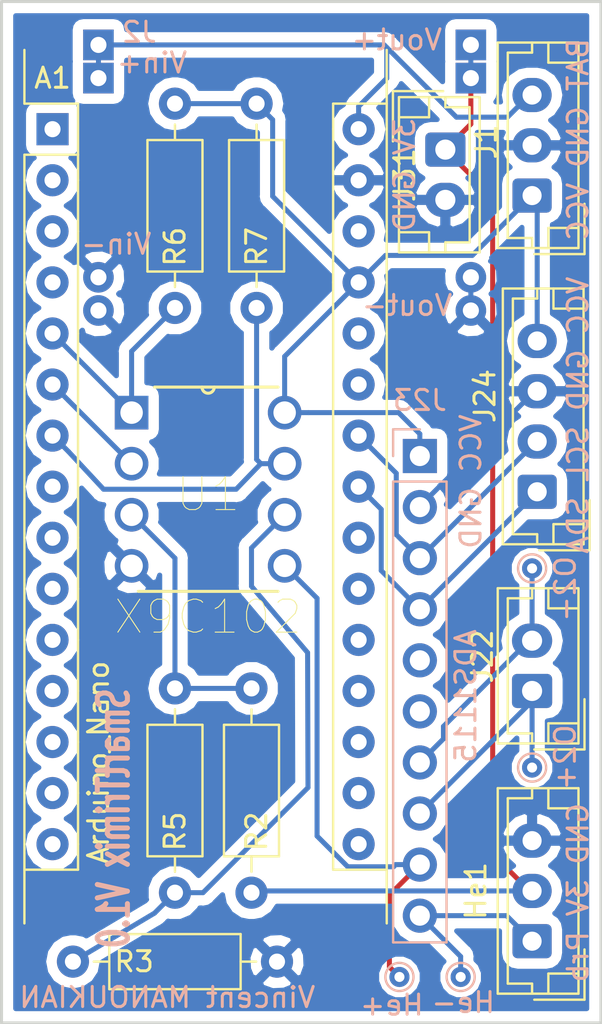
<source format=kicad_pcb>
(kicad_pcb (version 20171130) (host pcbnew "(5.0.1-3-g963ef8bb5)")

  (general
    (thickness 1.6)
    (drawings 12)
    (tracks 97)
    (zones 0)
    (modules 18)
    (nets 40)
  )

  (page A4)
  (layers
    (0 F.Cu signal)
    (31 B.Cu signal)
    (32 B.Adhes user hide)
    (33 F.Adhes user hide)
    (34 B.Paste user hide)
    (35 F.Paste user hide)
    (36 B.SilkS user)
    (37 F.SilkS user)
    (38 B.Mask user)
    (39 F.Mask user)
    (40 Dwgs.User user hide)
    (41 Cmts.User user hide)
    (42 Eco1.User user hide)
    (43 Eco2.User user hide)
    (44 Edge.Cuts user)
    (45 Margin user hide)
    (46 B.CrtYd user hide)
    (47 F.CrtYd user hide)
    (48 B.Fab user hide)
    (49 F.Fab user hide)
  )

  (setup
    (last_trace_width 0.25)
    (trace_clearance 0.2)
    (zone_clearance 0.508)
    (zone_45_only no)
    (trace_min 0.2)
    (segment_width 0.2)
    (edge_width 0.15)
    (via_size 0.8)
    (via_drill 0.4)
    (via_min_size 0.4)
    (via_min_drill 0.3)
    (uvia_size 0.3)
    (uvia_drill 0.1)
    (uvias_allowed no)
    (uvia_min_size 0.2)
    (uvia_min_drill 0.1)
    (pcb_text_width 0.3)
    (pcb_text_size 1.5 1.5)
    (mod_edge_width 0.15)
    (mod_text_size 1 1)
    (mod_text_width 0.15)
    (pad_size 1.524 1.524)
    (pad_drill 0.8)
    (pad_to_mask_clearance 0.051)
    (solder_mask_min_width 0.25)
    (aux_axis_origin 0 0)
    (visible_elements 7FFFFFFF)
    (pcbplotparams
      (layerselection 0x010f0_ffffffff)
      (usegerberextensions true)
      (usegerberattributes false)
      (usegerberadvancedattributes false)
      (creategerberjobfile true)
      (excludeedgelayer true)
      (linewidth 0.150000)
      (plotframeref false)
      (viasonmask false)
      (mode 1)
      (useauxorigin false)
      (hpglpennumber 1)
      (hpglpenspeed 20)
      (hpglpendiameter 15.000000)
      (psnegative false)
      (psa4output false)
      (plotreference true)
      (plotvalue true)
      (plotinvisibletext false)
      (padsonsilk false)
      (subtractmaskfromsilk false)
      (outputformat 1)
      (mirror false)
      (drillshape 0)
      (scaleselection 1)
      (outputdirectory "Gerber/"))
  )

  (net 0 "")
  (net 1 GND)
  (net 2 VCC)
  (net 3 SCL)
  (net 4 SDA)
  (net 5 AIN2)
  (net 6 "Net-(A1-Pad5)")
  (net 7 "Net-(A1-Pad6)")
  (net 8 "Net-(R2-Pad1)")
  (net 9 "Net-(R3-Pad2)")
  (net 10 "Net-(A1-Pad7)")
  (net 11 "Net-(A1-Pad1)")
  (net 12 "Net-(A1-Pad17)")
  (net 13 "Net-(A1-Pad2)")
  (net 14 "Net-(A1-Pad18)")
  (net 15 "Net-(A1-Pad3)")
  (net 16 "Net-(A1-Pad19)")
  (net 17 "Net-(A1-Pad4)")
  (net 18 "Net-(A1-Pad20)")
  (net 19 "Net-(A1-Pad21)")
  (net 20 "Net-(A1-Pad22)")
  (net 21 "Net-(A1-Pad8)")
  (net 22 "Net-(A1-Pad9)")
  (net 23 "Net-(A1-Pad25)")
  (net 24 "Net-(A1-Pad10)")
  (net 25 "Net-(A1-Pad26)")
  (net 26 "Net-(A1-Pad11)")
  (net 27 "Net-(A1-Pad12)")
  (net 28 "Net-(A1-Pad28)")
  (net 29 "Net-(A1-Pad13)")
  (net 30 "Net-(A1-Pad14)")
  (net 31 "Net-(A1-Pad15)")
  (net 32 "Net-(A1-Pad16)")
  (net 33 AIN3)
  (net 34 VDDA)
  (net 35 AIN1)
  (net 36 AIN0)
  (net 37 "Net-(J23-Pad5)")
  (net 38 "Net-(J23-Pad6)")
  (net 39 +VDC)

  (net_class Default "Ceci est la Netclass par défaut."
    (clearance 0.2)
    (trace_width 0.25)
    (via_dia 0.8)
    (via_drill 0.4)
    (uvia_dia 0.3)
    (uvia_drill 0.1)
    (add_net +VDC)
    (add_net AIN0)
    (add_net AIN1)
    (add_net AIN2)
    (add_net AIN3)
    (add_net GND)
    (add_net "Net-(A1-Pad1)")
    (add_net "Net-(A1-Pad10)")
    (add_net "Net-(A1-Pad11)")
    (add_net "Net-(A1-Pad12)")
    (add_net "Net-(A1-Pad13)")
    (add_net "Net-(A1-Pad14)")
    (add_net "Net-(A1-Pad15)")
    (add_net "Net-(A1-Pad16)")
    (add_net "Net-(A1-Pad17)")
    (add_net "Net-(A1-Pad18)")
    (add_net "Net-(A1-Pad19)")
    (add_net "Net-(A1-Pad2)")
    (add_net "Net-(A1-Pad20)")
    (add_net "Net-(A1-Pad21)")
    (add_net "Net-(A1-Pad22)")
    (add_net "Net-(A1-Pad25)")
    (add_net "Net-(A1-Pad26)")
    (add_net "Net-(A1-Pad28)")
    (add_net "Net-(A1-Pad3)")
    (add_net "Net-(A1-Pad4)")
    (add_net "Net-(A1-Pad5)")
    (add_net "Net-(A1-Pad6)")
    (add_net "Net-(A1-Pad7)")
    (add_net "Net-(A1-Pad8)")
    (add_net "Net-(A1-Pad9)")
    (add_net "Net-(J23-Pad5)")
    (add_net "Net-(J23-Pad6)")
    (add_net "Net-(R2-Pad1)")
    (add_net "Net-(R3-Pad2)")
    (add_net SCL)
    (add_net SDA)
    (add_net VCC)
    (add_net VDDA)
  )

  (module MP1584EN:MP1584EN (layer B.Cu) (tedit 5C214E6D) (tstamp 5C259429)
    (at 58.547 58.293)
    (path /5C1913EE)
    (fp_text reference J2 (at -7.239 -7.239) (layer B.SilkS)
      (effects (font (size 1 1) (thickness 0.15)) (justify mirror))
    )
    (fp_text value MP1584EN (at 0 0.5) (layer B.Fab)
      (effects (font (size 1 1) (thickness 0.15)) (justify mirror))
    )
    (fp_line (start -11.049 -8.382) (end -11.049 8.382) (layer B.CrtYd) (width 0.15))
    (fp_line (start 11.049 -8.382) (end -10.922 -8.382) (layer B.CrtYd) (width 0.15))
    (fp_line (start 11.049 8.382) (end 11.049 -8.382) (layer B.CrtYd) (width 0.15))
    (fp_line (start -11.049 8.382) (end 11.049 8.382) (layer B.CrtYd) (width 0.15))
    (fp_text user Vout+ (at 5.588 -6.858) (layer B.SilkS)
      (effects (font (size 1 1) (thickness 0.15)) (justify mirror))
    )
    (fp_text user Vout- (at 6.096 6.35) (layer B.SilkS)
      (effects (font (size 1 1) (thickness 0.15)) (justify mirror))
    )
    (fp_text user Vin+ (at -6.604 -5.715) (layer B.SilkS)
      (effects (font (size 1 1) (thickness 0.15)) (justify mirror))
    )
    (fp_text user Vin- (at -8.382 3.302) (layer B.SilkS)
      (effects (font (size 1 1) (thickness 0.15)) (justify mirror))
    )
    (pad 4 thru_hole rect (at -9.271 -4.953) (size 1.524 1.524) (drill 0.8) (layers *.Cu *.Mask)
      (net 39 +VDC))
    (pad 3 thru_hole rect (at 9.271 -4.953) (size 1.524 1.524) (drill 0.8) (layers *.Cu *.Mask)
      (net 34 VDDA))
    (pad 2 thru_hole circle (at 9.271 4.953) (size 1.524 1.524) (drill 0.8) (layers *.Cu *.Mask)
      (net 1 GND))
    (pad 1 thru_hole circle (at -9.271 4.953) (size 1.524 1.524) (drill 0.8) (layers *.Cu *.Mask)
      (net 1 GND))
    (pad 4 thru_hole rect (at -9.271 -6.604) (size 1.524 1.524) (drill 0.8) (layers *.Cu *.Mask)
      (net 39 +VDC))
    (pad 3 thru_hole rect (at 9.271 -6.604) (size 1.524 1.524) (drill 0.8) (layers *.Cu *.Mask)
      (net 34 VDDA))
    (pad 2 thru_hole circle (at 9.271 6.604) (size 1.524 1.524) (drill 0.8) (layers *.Cu *.Mask)
      (net 1 GND))
    (pad 1 thru_hole circle (at -9.271 6.604) (size 1.524 1.524) (drill 0.8) (layers *.Cu *.Mask)
      (net 1 GND))
  )

  (module Connector_PinSocket_2.54mm:PinSocket_1x10_P2.54mm_Vertical (layer B.Cu) (tedit 5C223E18) (tstamp 5C1362A0)
    (at 65.278 72.136 180)
    (descr "Through hole straight socket strip, 1x10, 2.54mm pitch, single row (from Kicad 4.0.7), script generated")
    (tags "Through hole socket strip THT 1x10 2.54mm single row")
    (path /5C14ECFD)
    (fp_text reference J23 (at 0 2.77 180) (layer B.SilkS)
      (effects (font (size 1 1) (thickness 0.15)) (justify mirror))
    )
    (fp_text value ADS1115 (at -2.286 -11.938 270) (layer B.SilkS)
      (effects (font (size 1 1) (thickness 0.15)) (justify mirror))
    )
    (fp_text user %R (at 0 -11.43 90) (layer B.Fab)
      (effects (font (size 1 1) (thickness 0.15)) (justify mirror))
    )
    (fp_line (start -1.8 -24.6) (end -1.8 1.8) (layer B.CrtYd) (width 0.05))
    (fp_line (start 1.75 -24.6) (end -1.8 -24.6) (layer B.CrtYd) (width 0.05))
    (fp_line (start 1.75 1.8) (end 1.75 -24.6) (layer B.CrtYd) (width 0.05))
    (fp_line (start -1.8 1.8) (end 1.75 1.8) (layer B.CrtYd) (width 0.05))
    (fp_line (start 0 1.33) (end 1.33 1.33) (layer B.SilkS) (width 0.12))
    (fp_line (start 1.33 1.33) (end 1.33 0) (layer B.SilkS) (width 0.12))
    (fp_line (start 1.33 -1.27) (end 1.33 -24.19) (layer B.SilkS) (width 0.12))
    (fp_line (start -1.33 -24.19) (end 1.33 -24.19) (layer B.SilkS) (width 0.12))
    (fp_line (start -1.33 -1.27) (end -1.33 -24.19) (layer B.SilkS) (width 0.12))
    (fp_line (start -1.33 -1.27) (end 1.33 -1.27) (layer B.SilkS) (width 0.12))
    (fp_line (start -1.27 -24.13) (end -1.27 1.27) (layer B.Fab) (width 0.1))
    (fp_line (start 1.27 -24.13) (end -1.27 -24.13) (layer B.Fab) (width 0.1))
    (fp_line (start 1.27 0.635) (end 1.27 -24.13) (layer B.Fab) (width 0.1))
    (fp_line (start 0.635 1.27) (end 1.27 0.635) (layer B.Fab) (width 0.1))
    (fp_line (start -1.27 1.27) (end 0.635 1.27) (layer B.Fab) (width 0.1))
    (pad 10 thru_hole oval (at 0 -22.86 180) (size 1.7 1.7) (drill 1) (layers *.Cu *.Mask)
      (net 33 AIN3))
    (pad 9 thru_hole oval (at 0 -20.32 180) (size 1.7 1.7) (drill 1) (layers *.Cu *.Mask)
      (net 5 AIN2))
    (pad 8 thru_hole oval (at 0 -17.78 180) (size 1.7 1.7) (drill 1) (layers *.Cu *.Mask)
      (net 35 AIN1))
    (pad 7 thru_hole oval (at 0 -15.24 180) (size 1.7 1.7) (drill 1) (layers *.Cu *.Mask)
      (net 36 AIN0))
    (pad 6 thru_hole oval (at 0 -12.7 180) (size 1.7 1.7) (drill 1) (layers *.Cu *.Mask)
      (net 38 "Net-(J23-Pad6)"))
    (pad 5 thru_hole oval (at 0 -10.16 180) (size 1.7 1.7) (drill 1) (layers *.Cu *.Mask)
      (net 37 "Net-(J23-Pad5)"))
    (pad 4 thru_hole oval (at 0 -7.62 180) (size 1.7 1.7) (drill 1) (layers *.Cu *.Mask)
      (net 4 SDA))
    (pad 3 thru_hole oval (at 0 -5.08 180) (size 1.7 1.7) (drill 1) (layers *.Cu *.Mask)
      (net 3 SCL))
    (pad 2 thru_hole oval (at 0 -2.54 180) (size 1.7 1.7) (drill 1) (layers *.Cu *.Mask)
      (net 1 GND))
    (pad 1 thru_hole rect (at 0 0 180) (size 1.7 1.7) (drill 1) (layers *.Cu *.Mask)
      (net 2 VCC))
    (model ${KISYS3DMOD}/Connector_PinSocket_2.54mm.3dshapes/PinSocket_1x10_P2.54mm_Vertical.wrl
      (at (xyz 0 0 0))
      (scale (xyz 1 1 1))
      (rotate (xyz 0 0 0))
    )
  )

  (module Resistor_THT:R_Axial_DIN0207_L6.3mm_D2.5mm_P10.16mm_Horizontal (layer F.Cu) (tedit 5AE5139B) (tstamp 5C1392CF)
    (at 56.896 83.693 270)
    (descr "Resistor, Axial_DIN0207 series, Axial, Horizontal, pin pitch=10.16mm, 0.25W = 1/4W, length*diameter=6.3*2.5mm^2, http://cdn-reichelt.de/documents/datenblatt/B400/1_4W%23YAG.pdf")
    (tags "Resistor Axial_DIN0207 series Axial Horizontal pin pitch 10.16mm 0.25W = 1/4W length 6.3mm diameter 2.5mm")
    (path /5BFC8380)
    (fp_text reference R2 (at 7.112 -0.254 270) (layer F.SilkS)
      (effects (font (size 1 1) (thickness 0.15)))
    )
    (fp_text value 2k (at 3.175 0 270) (layer F.Fab)
      (effects (font (size 1 1) (thickness 0.15)))
    )
    (fp_text user %R (at 5.08 0 270) (layer F.Fab)
      (effects (font (size 1 1) (thickness 0.15)))
    )
    (fp_line (start 11.21 -1.5) (end -1.05 -1.5) (layer F.CrtYd) (width 0.05))
    (fp_line (start 11.21 1.5) (end 11.21 -1.5) (layer F.CrtYd) (width 0.05))
    (fp_line (start -1.05 1.5) (end 11.21 1.5) (layer F.CrtYd) (width 0.05))
    (fp_line (start -1.05 -1.5) (end -1.05 1.5) (layer F.CrtYd) (width 0.05))
    (fp_line (start 9.12 0) (end 8.35 0) (layer F.SilkS) (width 0.12))
    (fp_line (start 1.04 0) (end 1.81 0) (layer F.SilkS) (width 0.12))
    (fp_line (start 8.35 -1.37) (end 1.81 -1.37) (layer F.SilkS) (width 0.12))
    (fp_line (start 8.35 1.37) (end 8.35 -1.37) (layer F.SilkS) (width 0.12))
    (fp_line (start 1.81 1.37) (end 8.35 1.37) (layer F.SilkS) (width 0.12))
    (fp_line (start 1.81 -1.37) (end 1.81 1.37) (layer F.SilkS) (width 0.12))
    (fp_line (start 10.16 0) (end 8.23 0) (layer F.Fab) (width 0.1))
    (fp_line (start 0 0) (end 1.93 0) (layer F.Fab) (width 0.1))
    (fp_line (start 8.23 -1.25) (end 1.93 -1.25) (layer F.Fab) (width 0.1))
    (fp_line (start 8.23 1.25) (end 8.23 -1.25) (layer F.Fab) (width 0.1))
    (fp_line (start 1.93 1.25) (end 8.23 1.25) (layer F.Fab) (width 0.1))
    (fp_line (start 1.93 -1.25) (end 1.93 1.25) (layer F.Fab) (width 0.1))
    (pad 2 thru_hole oval (at 10.16 0 270) (size 1.6 1.6) (drill 0.8) (layers *.Cu *.Mask)
      (net 34 VDDA))
    (pad 1 thru_hole circle (at 0 0 270) (size 1.6 1.6) (drill 0.8) (layers *.Cu *.Mask)
      (net 8 "Net-(R2-Pad1)"))
    (model ${KISYS3DMOD}/Resistor_THT.3dshapes/R_Axial_DIN0207_L6.3mm_D2.5mm_P10.16mm_Horizontal.wrl
      (at (xyz 0 0 0))
      (scale (xyz 1 1 1))
      (rotate (xyz 0 0 0))
    )
  )

  (module Resistor_THT:R_Axial_DIN0207_L6.3mm_D2.5mm_P10.16mm_Horizontal (layer F.Cu) (tedit 5AE5139B) (tstamp 5C1392FD)
    (at 53.086 93.853 90)
    (descr "Resistor, Axial_DIN0207 series, Axial, Horizontal, pin pitch=10.16mm, 0.25W = 1/4W, length*diameter=6.3*2.5mm^2, http://cdn-reichelt.de/documents/datenblatt/B400/1_4W%23YAG.pdf")
    (tags "Resistor Axial_DIN0207 series Axial Horizontal pin pitch 10.16mm 0.25W = 1/4W length 6.3mm diameter 2.5mm")
    (path /5BFCD46D)
    (fp_text reference R5 (at 3.048 0 90) (layer F.SilkS)
      (effects (font (size 1 1) (thickness 0.15)))
    )
    (fp_text value 1k (at 6.985 0 90) (layer F.Fab)
      (effects (font (size 1 1) (thickness 0.15)))
    )
    (fp_text user %R (at 5.08 0 90) (layer F.Fab)
      (effects (font (size 1 1) (thickness 0.15)))
    )
    (fp_line (start 11.21 -1.5) (end -1.05 -1.5) (layer F.CrtYd) (width 0.05))
    (fp_line (start 11.21 1.5) (end 11.21 -1.5) (layer F.CrtYd) (width 0.05))
    (fp_line (start -1.05 1.5) (end 11.21 1.5) (layer F.CrtYd) (width 0.05))
    (fp_line (start -1.05 -1.5) (end -1.05 1.5) (layer F.CrtYd) (width 0.05))
    (fp_line (start 9.12 0) (end 8.35 0) (layer F.SilkS) (width 0.12))
    (fp_line (start 1.04 0) (end 1.81 0) (layer F.SilkS) (width 0.12))
    (fp_line (start 8.35 -1.37) (end 1.81 -1.37) (layer F.SilkS) (width 0.12))
    (fp_line (start 8.35 1.37) (end 8.35 -1.37) (layer F.SilkS) (width 0.12))
    (fp_line (start 1.81 1.37) (end 8.35 1.37) (layer F.SilkS) (width 0.12))
    (fp_line (start 1.81 -1.37) (end 1.81 1.37) (layer F.SilkS) (width 0.12))
    (fp_line (start 10.16 0) (end 8.23 0) (layer F.Fab) (width 0.1))
    (fp_line (start 0 0) (end 1.93 0) (layer F.Fab) (width 0.1))
    (fp_line (start 8.23 -1.25) (end 1.93 -1.25) (layer F.Fab) (width 0.1))
    (fp_line (start 8.23 1.25) (end 8.23 -1.25) (layer F.Fab) (width 0.1))
    (fp_line (start 1.93 1.25) (end 8.23 1.25) (layer F.Fab) (width 0.1))
    (fp_line (start 1.93 -1.25) (end 1.93 1.25) (layer F.Fab) (width 0.1))
    (pad 2 thru_hole oval (at 10.16 0 90) (size 1.6 1.6) (drill 0.8) (layers *.Cu *.Mask)
      (net 8 "Net-(R2-Pad1)"))
    (pad 1 thru_hole circle (at 0 0 90) (size 1.6 1.6) (drill 0.8) (layers *.Cu *.Mask)
      (net 9 "Net-(R3-Pad2)"))
    (model ${KISYS3DMOD}/Resistor_THT.3dshapes/R_Axial_DIN0207_L6.3mm_D2.5mm_P10.16mm_Horizontal.wrl
      (at (xyz 0 0 0))
      (scale (xyz 1 1 1))
      (rotate (xyz 0 0 0))
    )
  )

  (module Connector_JST:JST_EH_B02B-EH-A_1x02_P2.50mm_Vertical (layer F.Cu) (tedit 5B772AC7) (tstamp 5C1A1D51)
    (at 70.866 83.82 90)
    (descr "JST EH series connector, B02B-EH-A (http://www.jst-mfg.com/product/pdf/eng/eEH.pdf), generated with kicad-footprint-generator")
    (tags "connector JST EH side entry")
    (path /5C181A74)
    (fp_text reference J22 (at 1.7145 -2.4765 90) (layer F.SilkS)
      (effects (font (size 1 1) (thickness 0.15)))
    )
    (fp_text value Probe_O2 (at 1.27 -3.048 90) (layer F.Fab)
      (effects (font (size 1 1) (thickness 0.15)))
    )
    (fp_text user %R (at 1.25 1.5 90) (layer F.Fab)
      (effects (font (size 1 1) (thickness 0.15)))
    )
    (fp_line (start -2.91 2.61) (end -0.41 2.61) (layer F.Fab) (width 0.1))
    (fp_line (start -2.91 0.11) (end -2.91 2.61) (layer F.Fab) (width 0.1))
    (fp_line (start -2.91 2.61) (end -0.41 2.61) (layer F.SilkS) (width 0.12))
    (fp_line (start -2.91 0.11) (end -2.91 2.61) (layer F.SilkS) (width 0.12))
    (fp_line (start 4.11 0.81) (end 4.11 2.31) (layer F.SilkS) (width 0.12))
    (fp_line (start 5.11 0.81) (end 4.11 0.81) (layer F.SilkS) (width 0.12))
    (fp_line (start -1.61 0.81) (end -1.61 2.31) (layer F.SilkS) (width 0.12))
    (fp_line (start -2.61 0.81) (end -1.61 0.81) (layer F.SilkS) (width 0.12))
    (fp_line (start 4.61 0) (end 5.11 0) (layer F.SilkS) (width 0.12))
    (fp_line (start 4.61 -1.21) (end 4.61 0) (layer F.SilkS) (width 0.12))
    (fp_line (start -2.11 -1.21) (end 4.61 -1.21) (layer F.SilkS) (width 0.12))
    (fp_line (start -2.11 0) (end -2.11 -1.21) (layer F.SilkS) (width 0.12))
    (fp_line (start -2.61 0) (end -2.11 0) (layer F.SilkS) (width 0.12))
    (fp_line (start 5.11 -1.71) (end -2.61 -1.71) (layer F.SilkS) (width 0.12))
    (fp_line (start 5.11 2.31) (end 5.11 -1.71) (layer F.SilkS) (width 0.12))
    (fp_line (start -2.61 2.31) (end 5.11 2.31) (layer F.SilkS) (width 0.12))
    (fp_line (start -2.61 -1.71) (end -2.61 2.31) (layer F.SilkS) (width 0.12))
    (fp_line (start 5.5 -2.1) (end -3 -2.1) (layer F.CrtYd) (width 0.05))
    (fp_line (start 5.5 2.7) (end 5.5 -2.1) (layer F.CrtYd) (width 0.05))
    (fp_line (start -3 2.7) (end 5.5 2.7) (layer F.CrtYd) (width 0.05))
    (fp_line (start -3 -2.1) (end -3 2.7) (layer F.CrtYd) (width 0.05))
    (fp_line (start 5 -1.6) (end -2.5 -1.6) (layer F.Fab) (width 0.1))
    (fp_line (start 5 2.2) (end 5 -1.6) (layer F.Fab) (width 0.1))
    (fp_line (start -2.5 2.2) (end 5 2.2) (layer F.Fab) (width 0.1))
    (fp_line (start -2.5 -1.6) (end -2.5 2.2) (layer F.Fab) (width 0.1))
    (pad 2 thru_hole oval (at 2.5 0 90) (size 1.7 2) (drill 1) (layers *.Cu *.Mask)
      (net 36 AIN0))
    (pad 1 thru_hole roundrect (at 0 0 90) (size 1.7 2) (drill 1) (layers *.Cu *.Mask) (roundrect_rratio 0.147059)
      (net 35 AIN1))
    (model ${KISYS3DMOD}/Connector_JST.3dshapes/JST_EH_B02B-EH-A_1x02_P2.50mm_Vertical.wrl
      (at (xyz 0 0 0))
      (scale (xyz 1 1 1))
      (rotate (xyz 0 0 0))
    )
  )

  (module X9C102PIZ:DIP254P762X533-8 (layer F.Cu) (tedit 0) (tstamp 5C1A322D)
    (at 58.547 77.597)
    (path /5BFC9EF2)
    (fp_text reference U1 (at -3.81 -3.556) (layer F.SilkS)
      (effects (font (size 1.64154 1.64154) (thickness 0.05)))
    )
    (fp_text value X9C102 (at -3.81 2.54) (layer F.SilkS)
      (effects (font (size 1.64157 1.64157) (thickness 0.05)))
    )
    (fp_arc (start -3.81 -8.89) (end -4.1148 -8.89) (angle -180) (layer Dwgs.User) (width 0.1))
    (fp_line (start -7.366 -8.89) (end -7.366 1.27) (layer Dwgs.User) (width 0.1))
    (fp_line (start -4.1148 -8.89) (end -7.366 -8.89) (layer Dwgs.User) (width 0.1))
    (fp_line (start -3.5052 -8.89) (end -4.1148 -8.89) (layer Dwgs.User) (width 0.1))
    (fp_line (start -0.254 -8.89) (end -3.5052 -8.89) (layer Dwgs.User) (width 0.1))
    (fp_line (start -0.254 1.27) (end -0.254 -8.89) (layer Dwgs.User) (width 0.1))
    (fp_line (start -7.366 1.27) (end -0.254 1.27) (layer Dwgs.User) (width 0.1))
    (fp_line (start 0.5588 -8.1788) (end -0.254 -8.1788) (layer Dwgs.User) (width 0.1))
    (fp_line (start 0.5588 -7.0612) (end 0.5588 -8.1788) (layer Dwgs.User) (width 0.1))
    (fp_line (start -0.254 -7.0612) (end 0.5588 -7.0612) (layer Dwgs.User) (width 0.1))
    (fp_line (start -0.254 -8.1788) (end -0.254 -7.0612) (layer Dwgs.User) (width 0.1))
    (fp_line (start 0.5588 -5.6388) (end -0.254 -5.6388) (layer Dwgs.User) (width 0.1))
    (fp_line (start 0.5588 -4.5212) (end 0.5588 -5.6388) (layer Dwgs.User) (width 0.1))
    (fp_line (start -0.254 -4.5212) (end 0.5588 -4.5212) (layer Dwgs.User) (width 0.1))
    (fp_line (start -0.254 -5.6388) (end -0.254 -4.5212) (layer Dwgs.User) (width 0.1))
    (fp_line (start 0.5588 -3.0988) (end -0.254 -3.0988) (layer Dwgs.User) (width 0.1))
    (fp_line (start 0.5588 -1.9812) (end 0.5588 -3.0988) (layer Dwgs.User) (width 0.1))
    (fp_line (start -0.254 -1.9812) (end 0.5588 -1.9812) (layer Dwgs.User) (width 0.1))
    (fp_line (start -0.254 -3.0988) (end -0.254 -1.9812) (layer Dwgs.User) (width 0.1))
    (fp_line (start 0.5588 -0.5588) (end -0.254 -0.5588) (layer Dwgs.User) (width 0.1))
    (fp_line (start 0.5588 0.5588) (end 0.5588 -0.5588) (layer Dwgs.User) (width 0.1))
    (fp_line (start -0.254 0.5588) (end 0.5588 0.5588) (layer Dwgs.User) (width 0.1))
    (fp_line (start -0.254 -0.5588) (end -0.254 0.5588) (layer Dwgs.User) (width 0.1))
    (fp_line (start -8.1788 0.5588) (end -7.366 0.5588) (layer Dwgs.User) (width 0.1))
    (fp_line (start -8.1788 -0.5588) (end -8.1788 0.5588) (layer Dwgs.User) (width 0.1))
    (fp_line (start -7.366 -0.5588) (end -8.1788 -0.5588) (layer Dwgs.User) (width 0.1))
    (fp_line (start -7.366 0.5588) (end -7.366 -0.5588) (layer Dwgs.User) (width 0.1))
    (fp_line (start -8.1788 -1.9812) (end -7.366 -1.9812) (layer Dwgs.User) (width 0.1))
    (fp_line (start -8.1788 -3.0988) (end -8.1788 -1.9812) (layer Dwgs.User) (width 0.1))
    (fp_line (start -7.366 -3.0988) (end -8.1788 -3.0988) (layer Dwgs.User) (width 0.1))
    (fp_line (start -7.366 -1.9812) (end -7.366 -3.0988) (layer Dwgs.User) (width 0.1))
    (fp_line (start -8.1788 -4.5212) (end -7.366 -4.5212) (layer Dwgs.User) (width 0.1))
    (fp_line (start -8.1788 -5.6388) (end -8.1788 -4.5212) (layer Dwgs.User) (width 0.1))
    (fp_line (start -7.366 -5.6388) (end -8.1788 -5.6388) (layer Dwgs.User) (width 0.1))
    (fp_line (start -7.366 -4.5212) (end -7.366 -5.6388) (layer Dwgs.User) (width 0.1))
    (fp_line (start -8.1788 -7.0612) (end -7.366 -7.0612) (layer Dwgs.User) (width 0.1))
    (fp_line (start -8.1788 -8.1788) (end -8.1788 -7.0612) (layer Dwgs.User) (width 0.1))
    (fp_line (start -7.366 -8.1788) (end -8.1788 -8.1788) (layer Dwgs.User) (width 0.1))
    (fp_line (start -7.366 -7.0612) (end -7.366 -8.1788) (layer Dwgs.User) (width 0.1))
    (fp_arc (start -3.81 -8.89) (end -4.1148 -8.89) (angle -180) (layer F.SilkS) (width 0.1524))
    (fp_line (start -4.1148 -8.89) (end -6.477 -8.89) (layer F.SilkS) (width 0.1524))
    (fp_line (start -3.5052 -8.89) (end -4.1148 -8.89) (layer F.SilkS) (width 0.1524))
    (fp_line (start -0.3302 -8.89) (end -3.5052 -8.89) (layer F.SilkS) (width 0.1524))
    (fp_line (start -7.2898 1.27) (end -0.3302 1.27) (layer F.SilkS) (width 0.1524))
    (pad 8 thru_hole circle (at 0 -7.62) (size 1.6764 1.6764) (drill 1.1176) (layers *.Cu *.Mask)
      (net 2 VCC))
    (pad 7 thru_hole circle (at 0 -5.08) (size 1.6764 1.6764) (drill 1.1176) (layers *.Cu *.Mask)
      (net 10 "Net-(A1-Pad7)"))
    (pad 6 thru_hole circle (at 0 -2.54) (size 1.6764 1.6764) (drill 1.1176) (layers *.Cu *.Mask)
      (net 9 "Net-(R3-Pad2)"))
    (pad 5 thru_hole circle (at 0 0) (size 1.6764 1.6764) (drill 1.1176) (layers *.Cu *.Mask)
      (net 5 AIN2))
    (pad 4 thru_hole circle (at -7.62 0) (size 1.6764 1.6764) (drill 1.1176) (layers *.Cu *.Mask)
      (net 1 GND))
    (pad 3 thru_hole circle (at -7.62 -2.54) (size 1.6764 1.6764) (drill 1.1176) (layers *.Cu *.Mask)
      (net 8 "Net-(R2-Pad1)"))
    (pad 2 thru_hole circle (at -7.62 -5.08) (size 1.6764 1.6764) (drill 1.1176) (layers *.Cu *.Mask)
      (net 7 "Net-(A1-Pad6)"))
    (pad 1 thru_hole rect (at -7.62 -7.62) (size 1.6764 1.6764) (drill 1.1176) (layers *.Cu *.Mask)
      (net 6 "Net-(A1-Pad5)"))
  )

  (module Resistor_THT:R_Axial_DIN0207_L6.3mm_D2.5mm_P10.16mm_Horizontal (layer F.Cu) (tedit 5AE5139B) (tstamp 5C1392E6)
    (at 58.166 97.282 180)
    (descr "Resistor, Axial_DIN0207 series, Axial, Horizontal, pin pitch=10.16mm, 0.25W = 1/4W, length*diameter=6.3*2.5mm^2, http://cdn-reichelt.de/documents/datenblatt/B400/1_4W%23YAG.pdf")
    (tags "Resistor Axial_DIN0207 series Axial Horizontal pin pitch 10.16mm 0.25W = 1/4W length 6.3mm diameter 2.5mm")
    (path /5BFC80BF)
    (fp_text reference R3 (at 7.112 0 180) (layer F.SilkS)
      (effects (font (size 1 1) (thickness 0.15)))
    )
    (fp_text value 2k (at 3.175 0 180) (layer F.Fab)
      (effects (font (size 1 1) (thickness 0.15)))
    )
    (fp_text user %R (at 5.08 0 180) (layer F.Fab)
      (effects (font (size 1 1) (thickness 0.15)))
    )
    (fp_line (start 11.21 -1.5) (end -1.05 -1.5) (layer F.CrtYd) (width 0.05))
    (fp_line (start 11.21 1.5) (end 11.21 -1.5) (layer F.CrtYd) (width 0.05))
    (fp_line (start -1.05 1.5) (end 11.21 1.5) (layer F.CrtYd) (width 0.05))
    (fp_line (start -1.05 -1.5) (end -1.05 1.5) (layer F.CrtYd) (width 0.05))
    (fp_line (start 9.12 0) (end 8.35 0) (layer F.SilkS) (width 0.12))
    (fp_line (start 1.04 0) (end 1.81 0) (layer F.SilkS) (width 0.12))
    (fp_line (start 8.35 -1.37) (end 1.81 -1.37) (layer F.SilkS) (width 0.12))
    (fp_line (start 8.35 1.37) (end 8.35 -1.37) (layer F.SilkS) (width 0.12))
    (fp_line (start 1.81 1.37) (end 8.35 1.37) (layer F.SilkS) (width 0.12))
    (fp_line (start 1.81 -1.37) (end 1.81 1.37) (layer F.SilkS) (width 0.12))
    (fp_line (start 10.16 0) (end 8.23 0) (layer F.Fab) (width 0.1))
    (fp_line (start 0 0) (end 1.93 0) (layer F.Fab) (width 0.1))
    (fp_line (start 8.23 -1.25) (end 1.93 -1.25) (layer F.Fab) (width 0.1))
    (fp_line (start 8.23 1.25) (end 8.23 -1.25) (layer F.Fab) (width 0.1))
    (fp_line (start 1.93 1.25) (end 8.23 1.25) (layer F.Fab) (width 0.1))
    (fp_line (start 1.93 -1.25) (end 1.93 1.25) (layer F.Fab) (width 0.1))
    (pad 2 thru_hole oval (at 10.16 0 180) (size 1.6 1.6) (drill 0.8) (layers *.Cu *.Mask)
      (net 9 "Net-(R3-Pad2)"))
    (pad 1 thru_hole circle (at 0 0 180) (size 1.6 1.6) (drill 0.8) (layers *.Cu *.Mask)
      (net 1 GND))
    (model ${KISYS3DMOD}/Resistor_THT.3dshapes/R_Axial_DIN0207_L6.3mm_D2.5mm_P10.16mm_Horizontal.wrl
      (at (xyz 0 0 0))
      (scale (xyz 1 1 1))
      (rotate (xyz 0 0 0))
    )
  )

  (module Resistor_THT:R_Axial_DIN0207_L6.3mm_D2.5mm_P10.16mm_Horizontal (layer F.Cu) (tedit 5AE5139B) (tstamp 5C139314)
    (at 53.086 64.77 90)
    (descr "Resistor, Axial_DIN0207 series, Axial, Horizontal, pin pitch=10.16mm, 0.25W = 1/4W, length*diameter=6.3*2.5mm^2, http://cdn-reichelt.de/documents/datenblatt/B400/1_4W%23YAG.pdf")
    (tags "Resistor Axial_DIN0207 series Axial Horizontal pin pitch 10.16mm 0.25W = 1/4W length 6.3mm diameter 2.5mm")
    (path /5C013F67)
    (fp_text reference R6 (at 3.048 0 90) (layer F.SilkS)
      (effects (font (size 1 1) (thickness 0.15)))
    )
    (fp_text value 10k (at 6.858 0 90) (layer F.Fab)
      (effects (font (size 1 1) (thickness 0.15)))
    )
    (fp_text user %R (at 5.08 0 90) (layer F.Fab)
      (effects (font (size 1 1) (thickness 0.15)))
    )
    (fp_line (start 11.21 -1.5) (end -1.05 -1.5) (layer F.CrtYd) (width 0.05))
    (fp_line (start 11.21 1.5) (end 11.21 -1.5) (layer F.CrtYd) (width 0.05))
    (fp_line (start -1.05 1.5) (end 11.21 1.5) (layer F.CrtYd) (width 0.05))
    (fp_line (start -1.05 -1.5) (end -1.05 1.5) (layer F.CrtYd) (width 0.05))
    (fp_line (start 9.12 0) (end 8.35 0) (layer F.SilkS) (width 0.12))
    (fp_line (start 1.04 0) (end 1.81 0) (layer F.SilkS) (width 0.12))
    (fp_line (start 8.35 -1.37) (end 1.81 -1.37) (layer F.SilkS) (width 0.12))
    (fp_line (start 8.35 1.37) (end 8.35 -1.37) (layer F.SilkS) (width 0.12))
    (fp_line (start 1.81 1.37) (end 8.35 1.37) (layer F.SilkS) (width 0.12))
    (fp_line (start 1.81 -1.37) (end 1.81 1.37) (layer F.SilkS) (width 0.12))
    (fp_line (start 10.16 0) (end 8.23 0) (layer F.Fab) (width 0.1))
    (fp_line (start 0 0) (end 1.93 0) (layer F.Fab) (width 0.1))
    (fp_line (start 8.23 -1.25) (end 1.93 -1.25) (layer F.Fab) (width 0.1))
    (fp_line (start 8.23 1.25) (end 8.23 -1.25) (layer F.Fab) (width 0.1))
    (fp_line (start 1.93 1.25) (end 8.23 1.25) (layer F.Fab) (width 0.1))
    (fp_line (start 1.93 -1.25) (end 1.93 1.25) (layer F.Fab) (width 0.1))
    (pad 2 thru_hole oval (at 10.16 0 90) (size 1.6 1.6) (drill 0.8) (layers *.Cu *.Mask)
      (net 2 VCC))
    (pad 1 thru_hole circle (at 0 0 90) (size 1.6 1.6) (drill 0.8) (layers *.Cu *.Mask)
      (net 6 "Net-(A1-Pad5)"))
    (model ${KISYS3DMOD}/Resistor_THT.3dshapes/R_Axial_DIN0207_L6.3mm_D2.5mm_P10.16mm_Horizontal.wrl
      (at (xyz 0 0 0))
      (scale (xyz 1 1 1))
      (rotate (xyz 0 0 0))
    )
  )

  (module Resistor_THT:R_Axial_DIN0207_L6.3mm_D2.5mm_P10.16mm_Horizontal (layer F.Cu) (tedit 5AE5139B) (tstamp 5C13932B)
    (at 57.15 64.77 90)
    (descr "Resistor, Axial_DIN0207 series, Axial, Horizontal, pin pitch=10.16mm, 0.25W = 1/4W, length*diameter=6.3*2.5mm^2, http://cdn-reichelt.de/documents/datenblatt/B400/1_4W%23YAG.pdf")
    (tags "Resistor Axial_DIN0207 series Axial Horizontal pin pitch 10.16mm 0.25W = 1/4W length 6.3mm diameter 2.5mm")
    (path /5C013380)
    (fp_text reference R7 (at 3.048 0 90) (layer F.SilkS)
      (effects (font (size 1 1) (thickness 0.15)))
    )
    (fp_text value 10k (at 6.858 0 90) (layer F.Fab)
      (effects (font (size 1 1) (thickness 0.15)))
    )
    (fp_text user %R (at 5.08 0 90) (layer F.Fab)
      (effects (font (size 1 1) (thickness 0.15)))
    )
    (fp_line (start 11.21 -1.5) (end -1.05 -1.5) (layer F.CrtYd) (width 0.05))
    (fp_line (start 11.21 1.5) (end 11.21 -1.5) (layer F.CrtYd) (width 0.05))
    (fp_line (start -1.05 1.5) (end 11.21 1.5) (layer F.CrtYd) (width 0.05))
    (fp_line (start -1.05 -1.5) (end -1.05 1.5) (layer F.CrtYd) (width 0.05))
    (fp_line (start 9.12 0) (end 8.35 0) (layer F.SilkS) (width 0.12))
    (fp_line (start 1.04 0) (end 1.81 0) (layer F.SilkS) (width 0.12))
    (fp_line (start 8.35 -1.37) (end 1.81 -1.37) (layer F.SilkS) (width 0.12))
    (fp_line (start 8.35 1.37) (end 8.35 -1.37) (layer F.SilkS) (width 0.12))
    (fp_line (start 1.81 1.37) (end 8.35 1.37) (layer F.SilkS) (width 0.12))
    (fp_line (start 1.81 -1.37) (end 1.81 1.37) (layer F.SilkS) (width 0.12))
    (fp_line (start 10.16 0) (end 8.23 0) (layer F.Fab) (width 0.1))
    (fp_line (start 0 0) (end 1.93 0) (layer F.Fab) (width 0.1))
    (fp_line (start 8.23 -1.25) (end 1.93 -1.25) (layer F.Fab) (width 0.1))
    (fp_line (start 8.23 1.25) (end 8.23 -1.25) (layer F.Fab) (width 0.1))
    (fp_line (start 1.93 1.25) (end 8.23 1.25) (layer F.Fab) (width 0.1))
    (fp_line (start 1.93 -1.25) (end 1.93 1.25) (layer F.Fab) (width 0.1))
    (pad 2 thru_hole oval (at 10.16 0 90) (size 1.6 1.6) (drill 0.8) (layers *.Cu *.Mask)
      (net 2 VCC))
    (pad 1 thru_hole circle (at 0 0 90) (size 1.6 1.6) (drill 0.8) (layers *.Cu *.Mask)
      (net 10 "Net-(A1-Pad7)"))
    (model ${KISYS3DMOD}/Resistor_THT.3dshapes/R_Axial_DIN0207_L6.3mm_D2.5mm_P10.16mm_Horizontal.wrl
      (at (xyz 0 0 0))
      (scale (xyz 1 1 1))
      (rotate (xyz 0 0 0))
    )
  )

  (module Connector_JST:JST_EH_B04B-EH-A_1x04_P2.50mm_Vertical (layer F.Cu) (tedit 5B772AC7) (tstamp 5C1A1E16)
    (at 71.12 73.914 90)
    (descr "JST EH series connector, B04B-EH-A (http://www.jst-mfg.com/product/pdf/eng/eEH.pdf), generated with kicad-footprint-generator")
    (tags "connector JST EH side entry")
    (path /5C0BA740)
    (fp_text reference J24 (at 4.7625 -2.6035 90) (layer F.SilkS)
      (effects (font (size 1 1) (thickness 0.15)))
    )
    (fp_text value OLED (at 3.81 -3.048 90) (layer F.Fab)
      (effects (font (size 1 1) (thickness 0.15)))
    )
    (fp_text user %R (at 3.75 1.5 90) (layer F.Fab)
      (effects (font (size 1 1) (thickness 0.15)))
    )
    (fp_line (start -2.91 2.61) (end -0.41 2.61) (layer F.Fab) (width 0.1))
    (fp_line (start -2.91 0.11) (end -2.91 2.61) (layer F.Fab) (width 0.1))
    (fp_line (start -2.91 2.61) (end -0.41 2.61) (layer F.SilkS) (width 0.12))
    (fp_line (start -2.91 0.11) (end -2.91 2.61) (layer F.SilkS) (width 0.12))
    (fp_line (start 9.11 0.81) (end 9.11 2.31) (layer F.SilkS) (width 0.12))
    (fp_line (start 10.11 0.81) (end 9.11 0.81) (layer F.SilkS) (width 0.12))
    (fp_line (start -1.61 0.81) (end -1.61 2.31) (layer F.SilkS) (width 0.12))
    (fp_line (start -2.61 0.81) (end -1.61 0.81) (layer F.SilkS) (width 0.12))
    (fp_line (start 9.61 0) (end 10.11 0) (layer F.SilkS) (width 0.12))
    (fp_line (start 9.61 -1.21) (end 9.61 0) (layer F.SilkS) (width 0.12))
    (fp_line (start -2.11 -1.21) (end 9.61 -1.21) (layer F.SilkS) (width 0.12))
    (fp_line (start -2.11 0) (end -2.11 -1.21) (layer F.SilkS) (width 0.12))
    (fp_line (start -2.61 0) (end -2.11 0) (layer F.SilkS) (width 0.12))
    (fp_line (start 10.11 -1.71) (end -2.61 -1.71) (layer F.SilkS) (width 0.12))
    (fp_line (start 10.11 2.31) (end 10.11 -1.71) (layer F.SilkS) (width 0.12))
    (fp_line (start -2.61 2.31) (end 10.11 2.31) (layer F.SilkS) (width 0.12))
    (fp_line (start -2.61 -1.71) (end -2.61 2.31) (layer F.SilkS) (width 0.12))
    (fp_line (start 10.5 -2.1) (end -3 -2.1) (layer F.CrtYd) (width 0.05))
    (fp_line (start 10.5 2.7) (end 10.5 -2.1) (layer F.CrtYd) (width 0.05))
    (fp_line (start -3 2.7) (end 10.5 2.7) (layer F.CrtYd) (width 0.05))
    (fp_line (start -3 -2.1) (end -3 2.7) (layer F.CrtYd) (width 0.05))
    (fp_line (start 10 -1.6) (end -2.5 -1.6) (layer F.Fab) (width 0.1))
    (fp_line (start 10 2.2) (end 10 -1.6) (layer F.Fab) (width 0.1))
    (fp_line (start -2.5 2.2) (end 10 2.2) (layer F.Fab) (width 0.1))
    (fp_line (start -2.5 -1.6) (end -2.5 2.2) (layer F.Fab) (width 0.1))
    (pad 4 thru_hole oval (at 7.5 0 90) (size 1.7 1.95) (drill 0.95) (layers *.Cu *.Mask)
      (net 2 VCC))
    (pad 3 thru_hole oval (at 5 0 90) (size 1.7 1.95) (drill 0.95) (layers *.Cu *.Mask)
      (net 1 GND))
    (pad 2 thru_hole oval (at 2.5 0 90) (size 1.7 1.95) (drill 0.95) (layers *.Cu *.Mask)
      (net 3 SCL))
    (pad 1 thru_hole roundrect (at 0 0 90) (size 1.7 1.95) (drill 0.95) (layers *.Cu *.Mask) (roundrect_rratio 0.147059)
      (net 4 SDA))
    (model ${KISYS3DMOD}/Connector_JST.3dshapes/JST_EH_B04B-EH-A_1x04_P2.50mm_Vertical.wrl
      (at (xyz 0 0 0))
      (scale (xyz 1 1 1))
      (rotate (xyz 0 0 0))
    )
  )

  (module TestPoint:TestPoint_THTPad_D1.0mm_Drill0.5mm (layer B.Cu) (tedit 5C223DDE) (tstamp 5C13B0B1)
    (at 67.31 98.044)
    (descr "THT pad as test Point, diameter 1.0mm, hole diameter 0.5mm")
    (tags "test point THT pad")
    (path /5C0C6B42)
    (attr virtual)
    (fp_text reference TP1 (at 0 1.448) (layer B.Fab)
      (effects (font (size 1 1) (thickness 0.15)) (justify mirror))
    )
    (fp_text value He- (at 0.127 1.27) (layer B.SilkS)
      (effects (font (size 1 1) (thickness 0.15)) (justify mirror))
    )
    (fp_circle (center 0 0) (end 0 -0.7) (layer B.SilkS) (width 0.12))
    (fp_circle (center 0 0) (end 1 0) (layer B.CrtYd) (width 0.05))
    (fp_text user %R (at 0 1.45) (layer B.Fab)
      (effects (font (size 1 1) (thickness 0.15)) (justify mirror))
    )
    (pad 1 thru_hole circle (at 0 0) (size 1 1) (drill 0.5) (layers *.Cu *.Mask)
      (net 33 AIN3))
  )

  (module TestPoint:TestPoint_THTPad_D1.0mm_Drill0.5mm (layer B.Cu) (tedit 5C223DE5) (tstamp 5C13B0B9)
    (at 64.262 98.044)
    (descr "THT pad as test Point, diameter 1.0mm, hole diameter 0.5mm")
    (tags "test point THT pad")
    (path /5C0C675D)
    (attr virtual)
    (fp_text reference TP2 (at 0 1.448) (layer B.Fab)
      (effects (font (size 1 1) (thickness 0.15)) (justify mirror))
    )
    (fp_text value He+ (at -0.381 1.397 180) (layer B.SilkS)
      (effects (font (size 1 1) (thickness 0.15)) (justify mirror))
    )
    (fp_circle (center 0 0) (end 0 -0.7) (layer B.SilkS) (width 0.12))
    (fp_circle (center 0 0) (end 1 0) (layer B.CrtYd) (width 0.05))
    (fp_text user %R (at 0 1.45) (layer B.Fab)
      (effects (font (size 1 1) (thickness 0.15)) (justify mirror))
    )
    (pad 1 thru_hole circle (at 0 0) (size 1 1) (drill 0.5) (layers *.Cu *.Mask)
      (net 5 AIN2))
  )

  (module TestPoint:TestPoint_THTPad_D1.0mm_Drill0.5mm (layer B.Cu) (tedit 5C223D65) (tstamp 5C1A2349)
    (at 70.866 77.724)
    (descr "THT pad as test Point, diameter 1.0mm, hole diameter 0.5mm")
    (tags "test point THT pad")
    (path /5C0C7484)
    (attr virtual)
    (fp_text reference TP3 (at -2.159 0.254) (layer B.Fab)
      (effects (font (size 1 1) (thickness 0.15)) (justify mirror))
    )
    (fp_text value O2- (at 1.651 1.016 90) (layer B.SilkS)
      (effects (font (size 1 1) (thickness 0.15)) (justify mirror))
    )
    (fp_circle (center 0 0) (end 0 -0.7) (layer B.SilkS) (width 0.12))
    (fp_circle (center 0 0) (end 1 0) (layer B.CrtYd) (width 0.05))
    (fp_text user %R (at -2.159 1.651) (layer B.Fab)
      (effects (font (size 1 1) (thickness 0.15)) (justify mirror))
    )
    (pad 1 thru_hole circle (at 0 0) (size 1 1) (drill 0.5) (layers *.Cu *.Mask)
      (net 36 AIN0))
  )

  (module TestPoint:TestPoint_THTPad_D1.0mm_Drill0.5mm (layer B.Cu) (tedit 5C223DA2) (tstamp 5C13B0C9)
    (at 70.866 87.63)
    (descr "THT pad as test Point, diameter 1.0mm, hole diameter 0.5mm")
    (tags "test point THT pad")
    (path /5C0C71DD)
    (attr virtual)
    (fp_text reference TP4 (at -2.413 0.762) (layer B.Fab)
      (effects (font (size 1 1) (thickness 0.15)) (justify mirror))
    )
    (fp_text value O2+ (at 1.651 -0.508 90) (layer B.SilkS)
      (effects (font (size 1 1) (thickness 0.15)) (justify mirror))
    )
    (fp_circle (center 0 0) (end 0 -0.7) (layer B.SilkS) (width 0.12))
    (fp_circle (center 0 0) (end 1 0) (layer B.CrtYd) (width 0.05))
    (fp_text user %R (at -2.54 1.143) (layer B.Fab)
      (effects (font (size 1 1) (thickness 0.15)) (justify mirror))
    )
    (pad 1 thru_hole circle (at 0 0) (size 1 1) (drill 0.5) (layers *.Cu *.Mask)
      (net 35 AIN1))
  )

  (module Connector_JST:JST_EH_B03B-EH-A_1x03_P2.50mm_Vertical (layer F.Cu) (tedit 5B772AC7) (tstamp 5C25A8F2)
    (at 70.866 96.266 90)
    (descr "JST EH series connector, B03B-EH-A (http://www.jst-mfg.com/product/pdf/eng/eEH.pdf), generated with kicad-footprint-generator")
    (tags "connector JST EH side entry")
    (path /5C0AAE9F)
    (fp_text reference He1 (at 2.5 -2.8 90) (layer F.SilkS)
      (effects (font (size 1 1) (thickness 0.15)))
    )
    (fp_text value Probe_He (at 2.794 -2.286 90) (layer F.Fab)
      (effects (font (size 1 1) (thickness 0.15)))
    )
    (fp_text user %R (at 2.5 1.5 90) (layer F.Fab)
      (effects (font (size 1 1) (thickness 0.15)))
    )
    (fp_line (start -2.91 2.61) (end -0.41 2.61) (layer F.Fab) (width 0.1))
    (fp_line (start -2.91 0.11) (end -2.91 2.61) (layer F.Fab) (width 0.1))
    (fp_line (start -2.91 2.61) (end -0.41 2.61) (layer F.SilkS) (width 0.12))
    (fp_line (start -2.91 0.11) (end -2.91 2.61) (layer F.SilkS) (width 0.12))
    (fp_line (start 6.61 0.81) (end 6.61 2.31) (layer F.SilkS) (width 0.12))
    (fp_line (start 7.61 0.81) (end 6.61 0.81) (layer F.SilkS) (width 0.12))
    (fp_line (start -1.61 0.81) (end -1.61 2.31) (layer F.SilkS) (width 0.12))
    (fp_line (start -2.61 0.81) (end -1.61 0.81) (layer F.SilkS) (width 0.12))
    (fp_line (start 7.11 0) (end 7.61 0) (layer F.SilkS) (width 0.12))
    (fp_line (start 7.11 -1.21) (end 7.11 0) (layer F.SilkS) (width 0.12))
    (fp_line (start -2.11 -1.21) (end 7.11 -1.21) (layer F.SilkS) (width 0.12))
    (fp_line (start -2.11 0) (end -2.11 -1.21) (layer F.SilkS) (width 0.12))
    (fp_line (start -2.61 0) (end -2.11 0) (layer F.SilkS) (width 0.12))
    (fp_line (start 7.61 -1.71) (end -2.61 -1.71) (layer F.SilkS) (width 0.12))
    (fp_line (start 7.61 2.31) (end 7.61 -1.71) (layer F.SilkS) (width 0.12))
    (fp_line (start -2.61 2.31) (end 7.61 2.31) (layer F.SilkS) (width 0.12))
    (fp_line (start -2.61 -1.71) (end -2.61 2.31) (layer F.SilkS) (width 0.12))
    (fp_line (start 8 -2.1) (end -3 -2.1) (layer F.CrtYd) (width 0.05))
    (fp_line (start 8 2.7) (end 8 -2.1) (layer F.CrtYd) (width 0.05))
    (fp_line (start -3 2.7) (end 8 2.7) (layer F.CrtYd) (width 0.05))
    (fp_line (start -3 -2.1) (end -3 2.7) (layer F.CrtYd) (width 0.05))
    (fp_line (start 7.5 -1.6) (end -2.5 -1.6) (layer F.Fab) (width 0.1))
    (fp_line (start 7.5 2.2) (end 7.5 -1.6) (layer F.Fab) (width 0.1))
    (fp_line (start -2.5 2.2) (end 7.5 2.2) (layer F.Fab) (width 0.1))
    (fp_line (start -2.5 -1.6) (end -2.5 2.2) (layer F.Fab) (width 0.1))
    (pad 3 thru_hole oval (at 5 0 90) (size 1.7 1.95) (drill 0.95) (layers *.Cu *.Mask)
      (net 1 GND))
    (pad 2 thru_hole oval (at 2.5 0 90) (size 1.7 1.95) (drill 0.95) (layers *.Cu *.Mask)
      (net 34 VDDA))
    (pad 1 thru_hole roundrect (at 0 0 90) (size 1.7 1.95) (drill 0.95) (layers *.Cu *.Mask) (roundrect_rratio 0.147059)
      (net 33 AIN3))
    (model ${KISYS3DMOD}/Connector_JST.3dshapes/JST_EH_B03B-EH-A_1x03_P2.50mm_Vertical.wrl
      (at (xyz 0 0 0))
      (scale (xyz 1 1 1))
      (rotate (xyz 0 0 0))
    )
  )

  (module Connector_JST:JST_EH_B03B-EH-A_1x03_P2.50mm_Vertical (layer F.Cu) (tedit 5B772AC7) (tstamp 5C25AAB7)
    (at 70.866 59.182 90)
    (descr "JST EH series connector, B03B-EH-A (http://www.jst-mfg.com/product/pdf/eng/eEH.pdf), generated with kicad-footprint-generator")
    (tags "connector JST EH side entry")
    (path /5C0D6F5C)
    (fp_text reference J1 (at 2.667 -2.286 90) (layer F.SilkS)
      (effects (font (size 1 1) (thickness 0.15)))
    )
    (fp_text value PowerConn (at 2.54 -1.778 90) (layer F.Fab)
      (effects (font (size 1 1) (thickness 0.15)))
    )
    (fp_text user %R (at 2.5 1.5 90) (layer F.Fab)
      (effects (font (size 1 1) (thickness 0.15)))
    )
    (fp_line (start -2.91 2.61) (end -0.41 2.61) (layer F.Fab) (width 0.1))
    (fp_line (start -2.91 0.11) (end -2.91 2.61) (layer F.Fab) (width 0.1))
    (fp_line (start -2.91 2.61) (end -0.41 2.61) (layer F.SilkS) (width 0.12))
    (fp_line (start -2.91 0.11) (end -2.91 2.61) (layer F.SilkS) (width 0.12))
    (fp_line (start 6.61 0.81) (end 6.61 2.31) (layer F.SilkS) (width 0.12))
    (fp_line (start 7.61 0.81) (end 6.61 0.81) (layer F.SilkS) (width 0.12))
    (fp_line (start -1.61 0.81) (end -1.61 2.31) (layer F.SilkS) (width 0.12))
    (fp_line (start -2.61 0.81) (end -1.61 0.81) (layer F.SilkS) (width 0.12))
    (fp_line (start 7.11 0) (end 7.61 0) (layer F.SilkS) (width 0.12))
    (fp_line (start 7.11 -1.21) (end 7.11 0) (layer F.SilkS) (width 0.12))
    (fp_line (start -2.11 -1.21) (end 7.11 -1.21) (layer F.SilkS) (width 0.12))
    (fp_line (start -2.11 0) (end -2.11 -1.21) (layer F.SilkS) (width 0.12))
    (fp_line (start -2.61 0) (end -2.11 0) (layer F.SilkS) (width 0.12))
    (fp_line (start 7.61 -1.71) (end -2.61 -1.71) (layer F.SilkS) (width 0.12))
    (fp_line (start 7.61 2.31) (end 7.61 -1.71) (layer F.SilkS) (width 0.12))
    (fp_line (start -2.61 2.31) (end 7.61 2.31) (layer F.SilkS) (width 0.12))
    (fp_line (start -2.61 -1.71) (end -2.61 2.31) (layer F.SilkS) (width 0.12))
    (fp_line (start 8 -2.1) (end -3 -2.1) (layer F.CrtYd) (width 0.05))
    (fp_line (start 8 2.7) (end 8 -2.1) (layer F.CrtYd) (width 0.05))
    (fp_line (start -3 2.7) (end 8 2.7) (layer F.CrtYd) (width 0.05))
    (fp_line (start -3 -2.1) (end -3 2.7) (layer F.CrtYd) (width 0.05))
    (fp_line (start 7.5 -1.6) (end -2.5 -1.6) (layer F.Fab) (width 0.1))
    (fp_line (start 7.5 2.2) (end 7.5 -1.6) (layer F.Fab) (width 0.1))
    (fp_line (start -2.5 2.2) (end 7.5 2.2) (layer F.Fab) (width 0.1))
    (fp_line (start -2.5 -1.6) (end -2.5 2.2) (layer F.Fab) (width 0.1))
    (pad 3 thru_hole oval (at 5 0 90) (size 1.7 1.95) (drill 0.95) (layers *.Cu *.Mask)
      (net 39 +VDC))
    (pad 2 thru_hole oval (at 2.5 0 90) (size 1.7 1.95) (drill 0.95) (layers *.Cu *.Mask)
      (net 1 GND))
    (pad 1 thru_hole roundrect (at 0 0 90) (size 1.7 1.95) (drill 0.95) (layers *.Cu *.Mask) (roundrect_rratio 0.147059)
      (net 2 VCC))
    (model ${KISYS3DMOD}/Connector_JST.3dshapes/JST_EH_B03B-EH-A_1x03_P2.50mm_Vertical.wrl
      (at (xyz 0 0 0))
      (scale (xyz 1 1 1))
      (rotate (xyz 0 0 0))
    )
  )

  (module Connector_JST:JST_EH_B02B-EH-A_1x02_P2.50mm_Vertical (layer F.Cu) (tedit 5B772AC7) (tstamp 5C25AAD7)
    (at 66.548 56.896 270)
    (descr "JST EH series connector, B02B-EH-A (http://www.jst-mfg.com/product/pdf/eng/eEH.pdf), generated with kicad-footprint-generator")
    (tags "connector JST EH side entry")
    (path /5C171278)
    (fp_text reference J31 (at 1.27 2.032 270) (layer F.SilkS)
      (effects (font (size 1 1) (thickness 0.15)))
    )
    (fp_text value 3V_He (at 1.27 1.778 270) (layer F.Fab)
      (effects (font (size 1 1) (thickness 0.15)))
    )
    (fp_text user %R (at 1.25 1.5 270) (layer F.Fab)
      (effects (font (size 1 1) (thickness 0.15)))
    )
    (fp_line (start -2.91 2.61) (end -0.41 2.61) (layer F.Fab) (width 0.1))
    (fp_line (start -2.91 0.11) (end -2.91 2.61) (layer F.Fab) (width 0.1))
    (fp_line (start -2.91 2.61) (end -0.41 2.61) (layer F.SilkS) (width 0.12))
    (fp_line (start -2.91 0.11) (end -2.91 2.61) (layer F.SilkS) (width 0.12))
    (fp_line (start 4.11 0.81) (end 4.11 2.31) (layer F.SilkS) (width 0.12))
    (fp_line (start 5.11 0.81) (end 4.11 0.81) (layer F.SilkS) (width 0.12))
    (fp_line (start -1.61 0.81) (end -1.61 2.31) (layer F.SilkS) (width 0.12))
    (fp_line (start -2.61 0.81) (end -1.61 0.81) (layer F.SilkS) (width 0.12))
    (fp_line (start 4.61 0) (end 5.11 0) (layer F.SilkS) (width 0.12))
    (fp_line (start 4.61 -1.21) (end 4.61 0) (layer F.SilkS) (width 0.12))
    (fp_line (start -2.11 -1.21) (end 4.61 -1.21) (layer F.SilkS) (width 0.12))
    (fp_line (start -2.11 0) (end -2.11 -1.21) (layer F.SilkS) (width 0.12))
    (fp_line (start -2.61 0) (end -2.11 0) (layer F.SilkS) (width 0.12))
    (fp_line (start 5.11 -1.71) (end -2.61 -1.71) (layer F.SilkS) (width 0.12))
    (fp_line (start 5.11 2.31) (end 5.11 -1.71) (layer F.SilkS) (width 0.12))
    (fp_line (start -2.61 2.31) (end 5.11 2.31) (layer F.SilkS) (width 0.12))
    (fp_line (start -2.61 -1.71) (end -2.61 2.31) (layer F.SilkS) (width 0.12))
    (fp_line (start 5.5 -2.1) (end -3 -2.1) (layer F.CrtYd) (width 0.05))
    (fp_line (start 5.5 2.7) (end 5.5 -2.1) (layer F.CrtYd) (width 0.05))
    (fp_line (start -3 2.7) (end 5.5 2.7) (layer F.CrtYd) (width 0.05))
    (fp_line (start -3 -2.1) (end -3 2.7) (layer F.CrtYd) (width 0.05))
    (fp_line (start 5 -1.6) (end -2.5 -1.6) (layer F.Fab) (width 0.1))
    (fp_line (start 5 2.2) (end 5 -1.6) (layer F.Fab) (width 0.1))
    (fp_line (start -2.5 2.2) (end 5 2.2) (layer F.Fab) (width 0.1))
    (fp_line (start -2.5 -1.6) (end -2.5 2.2) (layer F.Fab) (width 0.1))
    (pad 2 thru_hole oval (at 2.5 0 270) (size 1.7 2) (drill 1) (layers *.Cu *.Mask)
      (net 1 GND))
    (pad 1 thru_hole roundrect (at 0 0 270) (size 1.7 2) (drill 1) (layers *.Cu *.Mask) (roundrect_rratio 0.147059)
      (net 34 VDDA))
    (model ${KISYS3DMOD}/Connector_JST.3dshapes/JST_EH_B02B-EH-A_1x02_P2.50mm_Vertical.wrl
      (at (xyz 0 0 0))
      (scale (xyz 1 1 1))
      (rotate (xyz 0 0 0))
    )
  )

  (module ArduinoNano:Arduino_Nano (layer F.Cu) (tedit 5C1B7696) (tstamp 5C40D462)
    (at 46.99 55.88)
    (descr "Arduino Nano, http://www.mouser.com/pdfdocs/Gravitech_Arduino_Nano3_0.pdf")
    (tags "Arduino Nano")
    (path /5C07A4ED)
    (fp_text reference A1 (at 0 -2.54) (layer F.SilkS)
      (effects (font (size 1 1) (thickness 0.15)))
    )
    (fp_text value Arduino_Nano (at 2.286 31.496 90) (layer F.SilkS)
      (effects (font (size 1 1) (thickness 0.15)))
    )
    (fp_line (start 16.75 42.16) (end -1.53 42.16) (layer F.CrtYd) (width 0.05))
    (fp_line (start 16.75 42.16) (end 16.75 -4.06) (layer F.CrtYd) (width 0.05))
    (fp_line (start -1.53 -4.06) (end -1.53 42.16) (layer F.CrtYd) (width 0.05))
    (fp_line (start -1.53 -4.06) (end 16.75 -4.06) (layer F.CrtYd) (width 0.05))
    (fp_line (start 16.51 -3.81) (end 16.51 39.37) (layer F.Fab) (width 0.1))
    (fp_line (start 0 -3.81) (end 16.51 -3.81) (layer F.Fab) (width 0.1))
    (fp_line (start -1.27 -2.54) (end 0 -3.81) (layer F.Fab) (width 0.1))
    (fp_line (start -1.27 39.37) (end -1.27 -2.54) (layer F.Fab) (width 0.1))
    (fp_line (start 16.51 39.37) (end -1.27 39.37) (layer F.Fab) (width 0.1))
    (fp_line (start 16.64 -3.94) (end -1.4 -3.94) (layer F.CrtYd) (width 0.12))
    (fp_line (start 16.64 39.5) (end 16.64 -3.94) (layer F.SilkS) (width 0.12))
    (fp_line (start -1.4 39.5) (end 16.64 39.5) (layer F.CrtYd) (width 0.12))
    (fp_line (start 3.81 41.91) (end 3.81 31.75) (layer F.Fab) (width 0.1))
    (fp_line (start 11.43 41.91) (end 3.81 41.91) (layer F.Fab) (width 0.1))
    (fp_line (start 11.43 31.75) (end 11.43 41.91) (layer F.Fab) (width 0.1))
    (fp_line (start 3.81 31.75) (end 11.43 31.75) (layer F.Fab) (width 0.1))
    (fp_line (start 1.27 36.83) (end -1.4 36.83) (layer F.SilkS) (width 0.12))
    (fp_line (start 1.27 1.27) (end 1.27 36.83) (layer F.SilkS) (width 0.12))
    (fp_line (start 1.27 1.27) (end -1.4 1.27) (layer F.SilkS) (width 0.12))
    (fp_line (start 13.97 36.83) (end 16.64 36.83) (layer F.SilkS) (width 0.12))
    (fp_line (start 13.97 -1.27) (end 13.97 36.83) (layer F.SilkS) (width 0.12))
    (fp_line (start 13.97 -1.27) (end 16.64 -1.27) (layer F.SilkS) (width 0.12))
    (fp_line (start -1.4 -3.94) (end -1.4 -1.27) (layer F.SilkS) (width 0.12))
    (fp_line (start -1.4 1.27) (end -1.4 39.5) (layer F.SilkS) (width 0.12))
    (fp_line (start 1.27 -1.27) (end -1.4 -1.27) (layer F.SilkS) (width 0.12))
    (fp_line (start 1.27 1.27) (end 1.27 -1.27) (layer F.SilkS) (width 0.12))
    (fp_text user %R (at 0 38.1 90) (layer F.Fab)
      (effects (font (size 1 1) (thickness 0.15)))
    )
    (pad 16 thru_hole oval (at 15.24 35.56) (size 1.6 1.6) (drill 0.8) (layers *.Cu *.Mask)
      (net 32 "Net-(A1-Pad16)"))
    (pad 15 thru_hole oval (at 0 35.56) (size 1.6 1.6) (drill 0.8) (layers *.Cu *.Mask)
      (net 31 "Net-(A1-Pad15)"))
    (pad 30 thru_hole oval (at 15.24 0) (size 1.6 1.6) (drill 0.8) (layers *.Cu *.Mask)
      (net 39 +VDC))
    (pad 14 thru_hole oval (at 0 33.02) (size 1.6 1.6) (drill 0.8) (layers *.Cu *.Mask)
      (net 30 "Net-(A1-Pad14)"))
    (pad 29 thru_hole oval (at 15.24 2.54) (size 1.6 1.6) (drill 0.8) (layers *.Cu *.Mask)
      (net 1 GND))
    (pad 13 thru_hole oval (at 0 30.48) (size 1.6 1.6) (drill 0.8) (layers *.Cu *.Mask)
      (net 29 "Net-(A1-Pad13)"))
    (pad 28 thru_hole oval (at 15.24 5.08) (size 1.6 1.6) (drill 0.8) (layers *.Cu *.Mask)
      (net 28 "Net-(A1-Pad28)"))
    (pad 12 thru_hole oval (at 0 27.94) (size 1.6 1.6) (drill 0.8) (layers *.Cu *.Mask)
      (net 27 "Net-(A1-Pad12)"))
    (pad 27 thru_hole oval (at 15.24 7.62) (size 1.6 1.6) (drill 0.8) (layers *.Cu *.Mask)
      (net 2 VCC))
    (pad 11 thru_hole oval (at 0 25.4) (size 1.6 1.6) (drill 0.8) (layers *.Cu *.Mask)
      (net 26 "Net-(A1-Pad11)"))
    (pad 26 thru_hole oval (at 15.24 10.16) (size 1.6 1.6) (drill 0.8) (layers *.Cu *.Mask)
      (net 25 "Net-(A1-Pad26)"))
    (pad 10 thru_hole oval (at 0 22.86) (size 1.6 1.6) (drill 0.8) (layers *.Cu *.Mask)
      (net 24 "Net-(A1-Pad10)"))
    (pad 25 thru_hole oval (at 15.24 12.7) (size 1.6 1.6) (drill 0.8) (layers *.Cu *.Mask)
      (net 23 "Net-(A1-Pad25)"))
    (pad 9 thru_hole oval (at 0 20.32) (size 1.6 1.6) (drill 0.8) (layers *.Cu *.Mask)
      (net 22 "Net-(A1-Pad9)"))
    (pad 24 thru_hole oval (at 15.24 15.24) (size 1.6 1.6) (drill 0.8) (layers *.Cu *.Mask)
      (net 3 SCL))
    (pad 8 thru_hole oval (at 0 17.78) (size 1.6 1.6) (drill 0.8) (layers *.Cu *.Mask)
      (net 21 "Net-(A1-Pad8)"))
    (pad 23 thru_hole oval (at 15.24 17.78) (size 1.6 1.6) (drill 0.8) (layers *.Cu *.Mask)
      (net 4 SDA))
    (pad 7 thru_hole oval (at 0 15.24) (size 1.6 1.6) (drill 0.8) (layers *.Cu *.Mask)
      (net 10 "Net-(A1-Pad7)"))
    (pad 22 thru_hole oval (at 15.24 20.32) (size 1.6 1.6) (drill 0.8) (layers *.Cu *.Mask)
      (net 20 "Net-(A1-Pad22)"))
    (pad 6 thru_hole oval (at 0 12.7) (size 1.6 1.6) (drill 0.8) (layers *.Cu *.Mask)
      (net 7 "Net-(A1-Pad6)"))
    (pad 21 thru_hole oval (at 15.24 22.86) (size 1.6 1.6) (drill 0.8) (layers *.Cu *.Mask)
      (net 19 "Net-(A1-Pad21)"))
    (pad 5 thru_hole oval (at 0 10.16) (size 1.6 1.6) (drill 0.8) (layers *.Cu *.Mask)
      (net 6 "Net-(A1-Pad5)"))
    (pad 20 thru_hole oval (at 15.24 25.4) (size 1.6 1.6) (drill 0.8) (layers *.Cu *.Mask)
      (net 18 "Net-(A1-Pad20)"))
    (pad 4 thru_hole oval (at 0 7.62) (size 1.6 1.6) (drill 0.8) (layers *.Cu *.Mask)
      (net 17 "Net-(A1-Pad4)"))
    (pad 19 thru_hole oval (at 15.24 27.94) (size 1.6 1.6) (drill 0.8) (layers *.Cu *.Mask)
      (net 16 "Net-(A1-Pad19)"))
    (pad 3 thru_hole oval (at 0 5.08) (size 1.6 1.6) (drill 0.8) (layers *.Cu *.Mask)
      (net 15 "Net-(A1-Pad3)"))
    (pad 18 thru_hole oval (at 15.24 30.48) (size 1.6 1.6) (drill 0.8) (layers *.Cu *.Mask)
      (net 14 "Net-(A1-Pad18)"))
    (pad 2 thru_hole oval (at 0 2.54) (size 1.6 1.6) (drill 0.8) (layers *.Cu *.Mask)
      (net 13 "Net-(A1-Pad2)"))
    (pad 17 thru_hole oval (at 15.24 33.02) (size 1.6 1.6) (drill 0.8) (layers *.Cu *.Mask)
      (net 12 "Net-(A1-Pad17)"))
    (pad 1 thru_hole rect (at 0 0) (size 1.6 1.6) (drill 0.8) (layers *.Cu *.Mask)
      (net 11 "Net-(A1-Pad1)"))
    (model ${KISYS3DMOD}/Module.3dshapes/Arduino_Nano_WithMountingHoles.wrl
      (at (xyz 0 0 0))
      (scale (xyz 1 1 1))
      (rotate (xyz 0 0 0))
    )
  )

  (gr_text "3V GND" (at 64.516 58.166 90) (layer B.SilkS)
    (effects (font (size 1 1) (thickness 0.15)) (justify mirror))
  )
  (gr_text "Vincent MANOUKIAN" (at 52.705 99.06) (layer B.SilkS)
    (effects (font (size 1 1) (thickness 0.15)) (justify mirror))
  )
  (dimension 29.845 (width 0.3) (layer Dwgs.User)
    (gr_text "29.845 mm" (at 59.3725 42.985) (layer Dwgs.User)
      (effects (font (size 1.5 1.5) (thickness 0.3)))
    )
    (feature1 (pts (xy 74.295 49.53) (xy 74.295 44.498579)))
    (feature2 (pts (xy 44.45 49.53) (xy 44.45 44.498579)))
    (crossbar (pts (xy 44.45 45.085) (xy 74.295 45.085)))
    (arrow1a (pts (xy 74.295 45.085) (xy 73.168496 45.671421)))
    (arrow1b (pts (xy 74.295 45.085) (xy 73.168496 44.498579)))
    (arrow2a (pts (xy 44.45 45.085) (xy 45.576504 45.671421)))
    (arrow2b (pts (xy 44.45 45.085) (xy 45.576504 44.498579)))
  )
  (gr_line (start 44.45 100.33) (end 44.45 49.53) (layer Edge.Cuts) (width 0.15))
  (gr_line (start 74.295 100.33) (end 44.45 100.33) (layer Edge.Cuts) (width 0.15))
  (gr_line (start 74.295 49.53) (end 74.295 100.33) (layer Edge.Cuts) (width 0.15))
  (gr_line (start 44.45 49.53) (end 74.295 49.53) (layer Edge.Cuts) (width 0.15))
  (gr_text "VCC GND SCL SDA" (at 73.152 70.104 90) (layer B.SilkS)
    (effects (font (size 1 1) (thickness 0.15)) (justify mirror))
  )
  (gr_text "GND 3V Prb " (at 73.152 94.234 90) (layer B.SilkS) (tstamp 5C1A2BAB)
    (effects (font (size 1 1) (thickness 0.15)) (justify mirror))
  )
  (gr_text "VCC GND" (at 67.818 73.406 90) (layer B.SilkS)
    (effects (font (size 1 1) (thickness 0.15)) (justify mirror))
  )
  (gr_text "BAT GND VCC" (at 73.152 56.388 90) (layer B.SilkS)
    (effects (font (size 1 1) (thickness 0.15)) (justify mirror))
  )
  (gr_text "SmartTrimix V1.0" (at 50.038 83.566 90) (layer B.SilkS)
    (effects (font (size 1.5 1) (thickness 0.25)) (justify left mirror))
  )

  (segment (start 65.278 74.631) (end 65.278 74.676) (width 0.25) (layer B.Cu) (net 1))
  (segment (start 70.995 68.914) (end 65.278 74.631) (width 0.25) (layer B.Cu) (net 1))
  (segment (start 71.12 68.914) (end 70.995 68.914) (width 0.25) (layer B.Cu) (net 1))
  (segment (start 67.818 63.246) (end 67.818 64.897) (width 0.25) (layer B.Cu) (net 1))
  (segment (start 57.15 54.61) (end 53.086 54.61) (width 0.25) (layer B.Cu) (net 2) (status 30))
  (segment (start 61.430001 62.700001) (end 62.23 63.5) (width 0.25) (layer B.Cu) (net 2))
  (segment (start 57.949999 59.219999) (end 61.430001 62.700001) (width 0.25) (layer B.Cu) (net 2))
  (segment (start 57.949999 55.409999) (end 57.949999 59.219999) (width 0.25) (layer B.Cu) (net 2))
  (segment (start 57.15 54.61) (end 57.949999 55.409999) (width 0.25) (layer B.Cu) (net 2))
  (segment (start 69.967628 60.080372) (end 70.866 59.182) (width 0.25) (layer B.Cu) (net 2))
  (segment (start 67.889001 62.158999) (end 69.967628 60.080372) (width 0.25) (layer B.Cu) (net 2))
  (segment (start 63.571001 62.158999) (end 67.889001 62.158999) (width 0.25) (layer B.Cu) (net 2))
  (segment (start 62.23 63.5) (end 63.571001 62.158999) (width 0.25) (layer B.Cu) (net 2))
  (segment (start 59.732393 69.977) (end 58.547 69.977) (width 0.25) (layer B.Cu) (net 2))
  (segment (start 64.219 69.977) (end 59.732393 69.977) (width 0.25) (layer B.Cu) (net 2))
  (segment (start 65.278 71.036) (end 64.219 69.977) (width 0.25) (layer B.Cu) (net 2))
  (segment (start 65.278 72.136) (end 65.278 71.036) (width 0.25) (layer B.Cu) (net 2))
  (segment (start 58.547 67.183) (end 62.23 63.5) (width 0.25) (layer B.Cu) (net 2))
  (segment (start 58.547 69.977) (end 58.547 67.183) (width 0.25) (layer B.Cu) (net 2))
  (segment (start 71.12 59.436) (end 70.866 59.182) (width 0.25) (layer B.Cu) (net 2))
  (segment (start 71.12 66.414) (end 71.12 59.436) (width 0.25) (layer B.Cu) (net 2))
  (segment (start 63.029999 71.919999) (end 62.23 71.12) (width 0.25) (layer B.Cu) (net 3))
  (segment (start 64.102999 72.992999) (end 63.029999 71.919999) (width 0.25) (layer B.Cu) (net 3))
  (segment (start 64.102999 76.040999) (end 64.102999 72.992999) (width 0.25) (layer B.Cu) (net 3))
  (segment (start 65.278 77.216) (end 64.102999 76.040999) (width 0.25) (layer B.Cu) (net 3))
  (segment (start 71.08 71.414) (end 71.12 71.414) (width 0.25) (layer B.Cu) (net 3))
  (segment (start 65.278 77.216) (end 71.08 71.414) (width 0.25) (layer B.Cu) (net 3))
  (segment (start 71.12 73.914) (end 65.278 79.756) (width 0.25) (layer B.Cu) (net 4))
  (segment (start 63.029999 74.459999) (end 62.23 73.66) (width 0.25) (layer B.Cu) (net 4))
  (segment (start 63.355001 74.785001) (end 63.029999 74.459999) (width 0.25) (layer B.Cu) (net 4))
  (segment (start 63.355001 77.833001) (end 63.355001 74.785001) (width 0.25) (layer B.Cu) (net 4))
  (segment (start 65.278 79.756) (end 63.355001 77.833001) (width 0.25) (layer B.Cu) (net 4))
  (segment (start 59.385199 78.435199) (end 58.547 77.597) (width 0.25) (layer B.Cu) (net 5))
  (segment (start 60.160769 79.210769) (end 59.385199 78.435199) (width 0.25) (layer B.Cu) (net 5))
  (segment (start 60.160769 91.035771) (end 60.160769 79.210769) (width 0.25) (layer B.Cu) (net 5))
  (segment (start 61.689999 92.565001) (end 60.160769 91.035771) (width 0.25) (layer B.Cu) (net 5))
  (segment (start 63.966918 92.565001) (end 61.689999 92.565001) (width 0.25) (layer B.Cu) (net 5))
  (segment (start 64.075919 92.456) (end 63.966918 92.565001) (width 0.25) (layer B.Cu) (net 5))
  (segment (start 65.278 92.456) (end 64.075919 92.456) (width 0.25) (layer B.Cu) (net 5))
  (segment (start 63.762001 97.544001) (end 64.262 98.044) (width 0.25) (layer F.Cu) (net 5))
  (segment (start 63.762001 93.971999) (end 63.762001 97.544001) (width 0.25) (layer F.Cu) (net 5))
  (segment (start 65.278 92.456) (end 63.762001 93.971999) (width 0.25) (layer F.Cu) (net 5))
  (segment (start 50.927 69.977) (end 46.99 66.04) (width 0.25) (layer B.Cu) (net 6) (status 30))
  (segment (start 50.927 66.929) (end 53.086 64.77) (width 0.25) (layer B.Cu) (net 6) (status 20))
  (segment (start 50.927 69.977) (end 50.927 66.929) (width 0.25) (layer B.Cu) (net 6) (status 10))
  (segment (start 47.789999 69.379999) (end 50.927 72.517) (width 0.25) (layer B.Cu) (net 7) (status 30))
  (segment (start 46.99 68.58) (end 47.789999 69.379999) (width 0.25) (layer B.Cu) (net 7) (status 30))
  (segment (start 53.086 77.216) (end 53.086 83.693) (width 0.25) (layer B.Cu) (net 8) (status 20))
  (segment (start 50.927 75.057) (end 53.086 77.216) (width 0.25) (layer B.Cu) (net 8) (status 10))
  (segment (start 53.086 83.693) (end 56.896 83.693) (width 0.25) (layer B.Cu) (net 8) (status 30))
  (segment (start 56.896 76.708) (end 58.547 75.057) (width 0.25) (layer B.Cu) (net 9))
  (segment (start 56.896 78.613) (end 56.896 76.708) (width 0.25) (layer B.Cu) (net 9))
  (segment (start 59.69 81.915) (end 56.896 78.613) (width 0.25) (layer B.Cu) (net 9))
  (segment (start 59.710201 88.625799) (end 59.69 81.915) (width 0.25) (layer B.Cu) (net 9))
  (segment (start 54.483 93.853) (end 59.710201 88.625799) (width 0.25) (layer B.Cu) (net 9))
  (segment (start 53.086 93.853) (end 54.483 93.853) (width 0.25) (layer B.Cu) (net 9))
  (segment (start 52.07 94.869) (end 48.006 97.282) (width 0.25) (layer B.Cu) (net 9))
  (segment (start 53.086 93.853) (end 52.07 94.869) (width 0.25) (layer B.Cu) (net 9))
  (segment (start 57.15 72.305393) (end 57.15 64.77) (width 0.25) (layer B.Cu) (net 10) (status 20))
  (segment (start 57.361607 72.517) (end 57.15 72.305393) (width 0.25) (layer B.Cu) (net 10))
  (segment (start 58.547 72.517) (end 57.361607 72.517) (width 0.25) (layer B.Cu) (net 10) (status 10))
  (segment (start 47.789999 71.919999) (end 46.99 71.12) (width 0.25) (layer B.Cu) (net 10))
  (segment (start 49.53 73.787) (end 47.789999 71.919999) (width 0.25) (layer B.Cu) (net 10))
  (segment (start 56.134 73.787) (end 49.53 73.787) (width 0.25) (layer B.Cu) (net 10))
  (segment (start 57.361607 72.517) (end 56.134 73.787) (width 0.25) (layer B.Cu) (net 10))
  (segment (start 69.596 94.996) (end 70.866 96.266) (width 0.25) (layer B.Cu) (net 33))
  (segment (start 65.278 94.996) (end 69.596 94.996) (width 0.25) (layer B.Cu) (net 33))
  (segment (start 67.31 97.028) (end 65.278 94.996) (width 0.25) (layer B.Cu) (net 33))
  (segment (start 67.31 98.044) (end 67.31 97.028) (width 0.25) (layer B.Cu) (net 33))
  (segment (start 56.983 93.766) (end 56.896 93.853) (width 0.25) (layer B.Cu) (net 34))
  (segment (start 70.866 93.766) (end 56.983 93.766) (width 0.25) (layer B.Cu) (net 34))
  (segment (start 67.818 55.626) (end 66.548 56.896) (width 0.25) (layer F.Cu) (net 34))
  (segment (start 67.818 53.34) (end 67.818 55.626) (width 0.25) (layer F.Cu) (net 34))
  (segment (start 67.453553 57.801553) (end 66.548 56.896) (width 0.25) (layer F.Cu) (net 34))
  (segment (start 68.905001 59.253001) (end 67.453553 57.801553) (width 0.25) (layer F.Cu) (net 34))
  (segment (start 68.905001 91.930001) (end 68.905001 59.253001) (width 0.25) (layer F.Cu) (net 34))
  (segment (start 70.741 93.766) (end 68.905001 91.930001) (width 0.25) (layer F.Cu) (net 34))
  (segment (start 70.866 93.766) (end 70.741 93.766) (width 0.25) (layer F.Cu) (net 34))
  (segment (start 67.818 51.689) (end 67.818 53.34) (width 0.25) (layer B.Cu) (net 34))
  (segment (start 70.866 84.328) (end 70.866 83.82) (width 0.25) (layer B.Cu) (net 35))
  (segment (start 65.278 89.916) (end 70.866 84.328) (width 0.25) (layer B.Cu) (net 35))
  (segment (start 70.866 87.63) (end 70.866 83.82) (width 0.25) (layer B.Cu) (net 35))
  (segment (start 70.716 81.32) (end 70.866 81.32) (width 0.25) (layer B.Cu) (net 36))
  (segment (start 66.453001 85.582999) (end 70.716 81.32) (width 0.25) (layer B.Cu) (net 36))
  (segment (start 66.453001 86.200999) (end 66.453001 85.582999) (width 0.25) (layer B.Cu) (net 36))
  (segment (start 65.278 87.376) (end 66.453001 86.200999) (width 0.25) (layer B.Cu) (net 36))
  (segment (start 70.866 81.32) (end 70.866 77.724) (width 0.25) (layer B.Cu) (net 36))
  (segment (start 70.741 54.182) (end 70.866 54.182) (width 0.25) (layer B.Cu) (net 39))
  (segment (start 69.641 55.282) (end 70.741 54.182) (width 0.25) (layer B.Cu) (net 39))
  (segment (start 67.09719 55.282) (end 69.641 55.282) (width 0.25) (layer B.Cu) (net 39))
  (segment (start 49.276 51.689) (end 63.50419 51.689) (width 0.25) (layer B.Cu) (net 39))
  (segment (start 63.63119 53.34744) (end 63.63119 51.816) (width 0.25) (layer B.Cu) (net 39))
  (segment (start 62.23 54.74863) (end 63.63119 53.34744) (width 0.25) (layer B.Cu) (net 39))
  (segment (start 62.23 55.88) (end 62.23 54.74863) (width 0.25) (layer B.Cu) (net 39))
  (segment (start 63.50419 51.689) (end 63.63119 51.816) (width 0.25) (layer B.Cu) (net 39))
  (segment (start 63.63119 51.816) (end 67.09719 55.282) (width 0.25) (layer B.Cu) (net 39))
  (segment (start 49.276 51.689) (end 49.276 53.34) (width 0.25) (layer B.Cu) (net 39))

  (zone (net 1) (net_name GND) (layer B.Cu) (tstamp 5C224322) (hatch edge 0.508)
    (connect_pads (clearance 0.508))
    (min_thickness 0.254)
    (fill yes (arc_segments 16) (thermal_gap 0.508) (thermal_bridge_width 0.508))
    (polygon
      (pts
        (xy 44.45 49.53) (xy 74.295 49.53) (xy 74.295 100.33) (xy 44.45 100.33)
      )
    )
    (filled_polygon
      (pts
        (xy 73.585001 99.62) (xy 45.16 99.62) (xy 45.16 58.42) (xy 45.526887 58.42) (xy 45.63826 58.979909)
        (xy 45.955423 59.454577) (xy 46.307758 59.69) (xy 45.955423 59.925423) (xy 45.63826 60.400091) (xy 45.526887 60.96)
        (xy 45.63826 61.519909) (xy 45.955423 61.994577) (xy 46.307758 62.23) (xy 45.955423 62.465423) (xy 45.63826 62.940091)
        (xy 45.526887 63.5) (xy 45.63826 64.059909) (xy 45.955423 64.534577) (xy 46.307758 64.77) (xy 45.955423 65.005423)
        (xy 45.63826 65.480091) (xy 45.526887 66.04) (xy 45.63826 66.599909) (xy 45.955423 67.074577) (xy 46.307758 67.31)
        (xy 45.955423 67.545423) (xy 45.63826 68.020091) (xy 45.526887 68.58) (xy 45.63826 69.139909) (xy 45.955423 69.614577)
        (xy 46.307758 69.85) (xy 45.955423 70.085423) (xy 45.63826 70.560091) (xy 45.526887 71.12) (xy 45.63826 71.679909)
        (xy 45.955423 72.154577) (xy 46.307758 72.39) (xy 45.955423 72.625423) (xy 45.63826 73.100091) (xy 45.526887 73.66)
        (xy 45.63826 74.219909) (xy 45.955423 74.694577) (xy 46.307758 74.93) (xy 45.955423 75.165423) (xy 45.63826 75.640091)
        (xy 45.526887 76.2) (xy 45.63826 76.759909) (xy 45.955423 77.234577) (xy 46.307758 77.47) (xy 45.955423 77.705423)
        (xy 45.63826 78.180091) (xy 45.526887 78.74) (xy 45.63826 79.299909) (xy 45.955423 79.774577) (xy 46.307758 80.01)
        (xy 45.955423 80.245423) (xy 45.63826 80.720091) (xy 45.526887 81.28) (xy 45.63826 81.839909) (xy 45.955423 82.314577)
        (xy 46.307758 82.55) (xy 45.955423 82.785423) (xy 45.63826 83.260091) (xy 45.526887 83.82) (xy 45.63826 84.379909)
        (xy 45.955423 84.854577) (xy 46.307758 85.09) (xy 45.955423 85.325423) (xy 45.63826 85.800091) (xy 45.526887 86.36)
        (xy 45.63826 86.919909) (xy 45.955423 87.394577) (xy 46.307758 87.63) (xy 45.955423 87.865423) (xy 45.63826 88.340091)
        (xy 45.526887 88.9) (xy 45.63826 89.459909) (xy 45.955423 89.934577) (xy 46.307758 90.17) (xy 45.955423 90.405423)
        (xy 45.63826 90.880091) (xy 45.526887 91.44) (xy 45.63826 91.999909) (xy 45.955423 92.474577) (xy 46.430091 92.79174)
        (xy 46.848667 92.875) (xy 47.131333 92.875) (xy 47.549909 92.79174) (xy 48.024577 92.474577) (xy 48.34174 91.999909)
        (xy 48.453113 91.44) (xy 48.34174 90.880091) (xy 48.024577 90.405423) (xy 47.672242 90.17) (xy 48.024577 89.934577)
        (xy 48.34174 89.459909) (xy 48.453113 88.9) (xy 48.34174 88.340091) (xy 48.024577 87.865423) (xy 47.672242 87.63)
        (xy 48.024577 87.394577) (xy 48.34174 86.919909) (xy 48.453113 86.36) (xy 48.34174 85.800091) (xy 48.024577 85.325423)
        (xy 47.672242 85.09) (xy 48.024577 84.854577) (xy 48.34174 84.379909) (xy 48.453113 83.82) (xy 48.34174 83.260091)
        (xy 48.024577 82.785423) (xy 47.672242 82.55) (xy 48.024577 82.314577) (xy 48.34174 81.839909) (xy 48.453113 81.28)
        (xy 48.34174 80.720091) (xy 48.024577 80.245423) (xy 47.672242 80.01) (xy 48.024577 79.774577) (xy 48.34174 79.299909)
        (xy 48.453113 78.74) (xy 48.431713 78.632413) (xy 50.071192 78.632413) (xy 50.150017 78.88249) (xy 50.701097 79.081977)
        (xy 51.286569 79.055389) (xy 51.703983 78.88249) (xy 51.782808 78.632413) (xy 50.927 77.776605) (xy 50.071192 78.632413)
        (xy 48.431713 78.632413) (xy 48.34174 78.180091) (xy 48.024577 77.705423) (xy 47.672242 77.47) (xy 47.82026 77.371097)
        (xy 49.442023 77.371097) (xy 49.468611 77.956569) (xy 49.64151 78.373983) (xy 49.891587 78.452808) (xy 50.747395 77.597)
        (xy 49.891587 76.741192) (xy 49.64151 76.820017) (xy 49.442023 77.371097) (xy 47.82026 77.371097) (xy 48.024577 77.234577)
        (xy 48.34174 76.759909) (xy 48.453113 76.2) (xy 48.34174 75.640091) (xy 48.024577 75.165423) (xy 47.672242 74.93)
        (xy 48.024577 74.694577) (xy 48.34174 74.219909) (xy 48.438978 73.731063) (xy 48.932183 74.260266) (xy 48.982071 74.334929)
        (xy 49.096637 74.411479) (xy 49.208455 74.492026) (xy 49.221942 74.495206) (xy 49.233463 74.502904) (xy 49.368629 74.52979)
        (xy 49.502733 74.561408) (xy 49.540225 74.555313) (xy 49.4538 74.763962) (xy 49.4538 75.350038) (xy 49.678081 75.891501)
        (xy 50.092499 76.305919) (xy 50.144933 76.327638) (xy 50.071192 76.561587) (xy 50.927 77.417395) (xy 50.941143 77.403253)
        (xy 51.120748 77.582858) (xy 51.106605 77.597) (xy 51.962413 78.452808) (xy 52.21249 78.373983) (xy 52.326 78.060413)
        (xy 52.326001 82.474956) (xy 52.051423 82.658423) (xy 51.73426 83.133091) (xy 51.622887 83.693) (xy 51.73426 84.252909)
        (xy 52.051423 84.727577) (xy 52.526091 85.04474) (xy 52.944667 85.128) (xy 53.227333 85.128) (xy 53.645909 85.04474)
        (xy 54.120577 84.727577) (xy 54.304043 84.453) (xy 55.65757 84.453) (xy 55.679466 84.505862) (xy 56.083138 84.909534)
        (xy 56.610561 85.128) (xy 57.181439 85.128) (xy 57.708862 84.909534) (xy 58.112534 84.505862) (xy 58.331 83.978439)
        (xy 58.331 83.407561) (xy 58.112534 82.880138) (xy 57.708862 82.476466) (xy 57.181439 82.258) (xy 56.610561 82.258)
        (xy 56.083138 82.476466) (xy 55.679466 82.880138) (xy 55.65757 82.933) (xy 54.304043 82.933) (xy 54.120577 82.658423)
        (xy 53.846 82.474957) (xy 53.846 77.290846) (xy 53.860888 77.215999) (xy 53.846 77.141152) (xy 53.846 77.141148)
        (xy 53.801904 76.919463) (xy 53.633929 76.668071) (xy 53.570473 76.625671) (xy 52.369341 75.424539) (xy 52.4002 75.350038)
        (xy 52.4002 74.763962) (xy 52.310332 74.547) (xy 56.065657 74.547) (xy 56.14715 74.561777) (xy 56.288568 74.531143)
        (xy 56.430537 74.502904) (xy 56.436103 74.499185) (xy 56.442644 74.497768) (xy 56.561579 74.415344) (xy 56.681929 74.334929)
        (xy 56.727945 74.266061) (xy 57.457693 73.511113) (xy 57.712499 73.765919) (xy 57.763393 73.787) (xy 57.712499 73.808081)
        (xy 57.298081 74.222499) (xy 57.0738 74.763962) (xy 57.0738 75.350038) (xy 57.104659 75.424539) (xy 56.411528 76.117671)
        (xy 56.348072 76.160071) (xy 56.305672 76.223527) (xy 56.305671 76.223528) (xy 56.180097 76.411463) (xy 56.121112 76.708)
        (xy 56.136001 76.782852) (xy 56.136 78.506103) (xy 56.123789 78.54865) (xy 56.136 78.656055) (xy 56.136 78.687851)
        (xy 56.144438 78.730269) (xy 56.157943 78.84906) (xy 56.173738 78.87757) (xy 56.180096 78.909536) (xy 56.246521 79.008949)
        (xy 56.267477 79.046775) (xy 56.28801 79.071042) (xy 56.348071 79.160929) (xy 56.38488 79.185524) (xy 58.930838 82.194384)
        (xy 58.949253 88.311945) (xy 54.261797 92.999401) (xy 53.898862 92.636466) (xy 53.371439 92.418) (xy 52.800561 92.418)
        (xy 52.273138 92.636466) (xy 51.869466 93.040138) (xy 51.651 93.567561) (xy 51.651 94.138439) (xy 51.672897 94.191302)
        (xy 51.600016 94.264183) (xy 48.673225 96.001966) (xy 48.565909 95.93026) (xy 48.147333 95.847) (xy 47.864667 95.847)
        (xy 47.446091 95.93026) (xy 46.971423 96.247423) (xy 46.65426 96.722091) (xy 46.542887 97.282) (xy 46.65426 97.841909)
        (xy 46.971423 98.316577) (xy 47.446091 98.63374) (xy 47.864667 98.717) (xy 48.147333 98.717) (xy 48.565909 98.63374)
        (xy 49.040577 98.316577) (xy 49.058505 98.289745) (xy 57.337861 98.289745) (xy 57.411995 98.535864) (xy 57.949223 98.728965)
        (xy 58.519454 98.701778) (xy 58.920005 98.535864) (xy 58.994139 98.289745) (xy 58.166 97.461605) (xy 57.337861 98.289745)
        (xy 49.058505 98.289745) (xy 49.35774 97.841909) (xy 49.465697 97.299175) (xy 49.859721 97.065223) (xy 56.719035 97.065223)
        (xy 56.746222 97.635454) (xy 56.912136 98.036005) (xy 57.158255 98.110139) (xy 57.986395 97.282) (xy 58.345605 97.282)
        (xy 59.173745 98.110139) (xy 59.419864 98.036005) (xy 59.498139 97.818234) (xy 63.127 97.818234) (xy 63.127 98.269766)
        (xy 63.299793 98.686926) (xy 63.619074 99.006207) (xy 64.036234 99.179) (xy 64.487766 99.179) (xy 64.904926 99.006207)
        (xy 65.224207 98.686926) (xy 65.397 98.269766) (xy 65.397 97.818234) (xy 65.224207 97.401074) (xy 64.904926 97.081793)
        (xy 64.487766 96.909) (xy 64.036234 96.909) (xy 63.619074 97.081793) (xy 63.299793 97.401074) (xy 63.127 97.818234)
        (xy 59.498139 97.818234) (xy 59.612965 97.498777) (xy 59.585778 96.928546) (xy 59.419864 96.527995) (xy 59.173745 96.453861)
        (xy 58.345605 97.282) (xy 57.986395 97.282) (xy 57.158255 96.453861) (xy 56.912136 96.527995) (xy 56.719035 97.065223)
        (xy 49.859721 97.065223) (xy 51.191877 96.274255) (xy 57.337861 96.274255) (xy 58.166 97.102395) (xy 58.994139 96.274255)
        (xy 58.920005 96.028136) (xy 58.382777 95.835035) (xy 57.812546 95.862222) (xy 57.411995 96.028136) (xy 57.337861 96.274255)
        (xy 51.191877 96.274255) (xy 52.346018 95.588984) (xy 52.366537 95.584903) (xy 52.475388 95.512171) (xy 52.522371 95.484275)
        (xy 52.537532 95.470648) (xy 52.554472 95.459329) (xy 52.593086 95.420715) (xy 52.690475 95.33318) (xy 52.6995 95.314301)
        (xy 52.747698 95.266103) (xy 52.800561 95.288) (xy 53.371439 95.288) (xy 53.898862 95.069534) (xy 54.302534 94.665862)
        (xy 54.32443 94.613) (xy 54.408153 94.613) (xy 54.483 94.627888) (xy 54.557847 94.613) (xy 54.557852 94.613)
        (xy 54.779537 94.568904) (xy 55.030929 94.400929) (xy 55.073331 94.33747) (xy 55.453612 93.957189) (xy 55.54426 94.412909)
        (xy 55.861423 94.887577) (xy 56.336091 95.20474) (xy 56.754667 95.288) (xy 57.037333 95.288) (xy 57.455909 95.20474)
        (xy 57.930577 94.887577) (xy 58.172175 94.526) (xy 63.857396 94.526) (xy 63.763908 94.996) (xy 63.879161 95.575418)
        (xy 64.207375 96.066625) (xy 64.698582 96.394839) (xy 65.131744 96.481) (xy 65.424256 96.481) (xy 65.644408 96.437209)
        (xy 66.478033 97.270834) (xy 66.347793 97.401074) (xy 66.175 97.818234) (xy 66.175 98.269766) (xy 66.347793 98.686926)
        (xy 66.667074 99.006207) (xy 67.084234 99.179) (xy 67.535766 99.179) (xy 67.952926 99.006207) (xy 68.272207 98.686926)
        (xy 68.445 98.269766) (xy 68.445 97.818234) (xy 68.272207 97.401074) (xy 68.07 97.198867) (xy 68.07 97.102847)
        (xy 68.084888 97.028) (xy 68.07 96.953153) (xy 68.07 96.953148) (xy 68.025904 96.731463) (xy 67.857929 96.480071)
        (xy 67.794473 96.437671) (xy 67.112802 95.756) (xy 69.24356 95.756) (xy 69.24356 96.866) (xy 69.311874 97.209435)
        (xy 69.506414 97.500586) (xy 69.797565 97.695126) (xy 70.141 97.76344) (xy 71.591 97.76344) (xy 71.934435 97.695126)
        (xy 72.225586 97.500586) (xy 72.420126 97.209435) (xy 72.48844 96.866) (xy 72.48844 95.666) (xy 72.420126 95.322565)
        (xy 72.225586 95.031414) (xy 71.997844 94.879242) (xy 72.061625 94.836625) (xy 72.389839 94.345418) (xy 72.505092 93.766)
        (xy 72.389839 93.186582) (xy 72.061625 92.695375) (xy 71.788313 92.512754) (xy 72.193497 92.137193) (xy 72.432476 91.62289)
        (xy 72.311155 91.393) (xy 70.993 91.393) (xy 70.993 91.413) (xy 70.739 91.413) (xy 70.739 91.393)
        (xy 69.420845 91.393) (xy 69.299524 91.62289) (xy 69.538503 92.137193) (xy 69.943687 92.512754) (xy 69.670375 92.695375)
        (xy 69.462822 93.006) (xy 66.682691 93.006) (xy 66.792092 92.456) (xy 66.676839 91.876582) (xy 66.348625 91.385375)
        (xy 66.050239 91.186) (xy 66.348625 90.986625) (xy 66.400418 90.90911) (xy 69.299524 90.90911) (xy 69.420845 91.139)
        (xy 70.739 91.139) (xy 70.739 89.939835) (xy 70.993 89.939835) (xy 70.993 91.139) (xy 72.311155 91.139)
        (xy 72.432476 90.90911) (xy 72.193497 90.394807) (xy 71.768571 90.000947) (xy 71.225267 89.79968) (xy 70.993 89.939835)
        (xy 70.739 89.939835) (xy 70.506733 89.79968) (xy 69.963429 90.000947) (xy 69.538503 90.394807) (xy 69.299524 90.90911)
        (xy 66.400418 90.90911) (xy 66.676839 90.495418) (xy 66.792092 89.916) (xy 66.719209 89.549592) (xy 70.106 86.162802)
        (xy 70.106 86.784867) (xy 69.903793 86.987074) (xy 69.731 87.404234) (xy 69.731 87.855766) (xy 69.903793 88.272926)
        (xy 70.223074 88.592207) (xy 70.640234 88.765) (xy 71.091766 88.765) (xy 71.508926 88.592207) (xy 71.828207 88.272926)
        (xy 72.001 87.855766) (xy 72.001 87.404234) (xy 71.828207 86.987074) (xy 71.626 86.784867) (xy 71.626 85.315451)
        (xy 71.959435 85.249126) (xy 72.250586 85.054586) (xy 72.445126 84.763435) (xy 72.51344 84.42) (xy 72.51344 83.22)
        (xy 72.445126 82.876565) (xy 72.250586 82.585414) (xy 72.022844 82.433242) (xy 72.086625 82.390625) (xy 72.414839 81.899418)
        (xy 72.530092 81.32) (xy 72.414839 80.740582) (xy 72.086625 80.249375) (xy 71.626 79.941595) (xy 71.626 78.569133)
        (xy 71.828207 78.366926) (xy 72.001 77.949766) (xy 72.001 77.498234) (xy 71.828207 77.081074) (xy 71.508926 76.761793)
        (xy 71.091766 76.589) (xy 70.640234 76.589) (xy 70.223074 76.761793) (xy 69.903793 77.081074) (xy 69.731 77.498234)
        (xy 69.731 77.949766) (xy 69.903793 78.366926) (xy 70.106001 78.569134) (xy 70.106 79.941595) (xy 69.645375 80.249375)
        (xy 69.317161 80.740582) (xy 69.201908 81.32) (xy 69.274791 81.686407) (xy 66.681448 84.279751) (xy 66.676839 84.256582)
        (xy 66.348625 83.765375) (xy 66.050239 83.566) (xy 66.348625 83.366625) (xy 66.676839 82.875418) (xy 66.792092 82.296)
        (xy 66.676839 81.716582) (xy 66.348625 81.225375) (xy 66.050239 81.026) (xy 66.348625 80.826625) (xy 66.676839 80.335418)
        (xy 66.792092 79.756) (xy 66.719209 79.389592) (xy 70.697362 75.41144) (xy 71.845 75.41144) (xy 72.188435 75.343126)
        (xy 72.479586 75.148586) (xy 72.674126 74.857435) (xy 72.74244 74.514) (xy 72.74244 73.314) (xy 72.674126 72.970565)
        (xy 72.479586 72.679414) (xy 72.251844 72.527242) (xy 72.315625 72.484625) (xy 72.643839 71.993418) (xy 72.759092 71.414)
        (xy 72.643839 70.834582) (xy 72.315625 70.343375) (xy 72.042313 70.160754) (xy 72.447497 69.785193) (xy 72.686476 69.27089)
        (xy 72.565155 69.041) (xy 71.247 69.041) (xy 71.247 69.061) (xy 70.993 69.061) (xy 70.993 69.041)
        (xy 69.674845 69.041) (xy 69.553524 69.27089) (xy 69.792503 69.785193) (xy 70.197687 70.160754) (xy 69.924375 70.343375)
        (xy 69.596161 70.834582) (xy 69.480908 71.414) (xy 69.567893 71.851305) (xy 66.763 74.656199) (xy 66.763 74.548998)
        (xy 66.598156 74.548998) (xy 66.719476 74.31911) (xy 66.549645 73.909076) (xy 66.272292 73.604739) (xy 66.375765 73.584157)
        (xy 66.585809 73.443809) (xy 66.726157 73.233765) (xy 66.77544 72.986) (xy 66.77544 71.286) (xy 66.726157 71.038235)
        (xy 66.585809 70.828191) (xy 66.375765 70.687843) (xy 66.128 70.63856) (xy 65.926483 70.63856) (xy 65.825929 70.488071)
        (xy 65.762473 70.445671) (xy 64.809331 69.49253) (xy 64.766929 69.429071) (xy 64.515537 69.261096) (xy 64.293852 69.217)
        (xy 64.293847 69.217) (xy 64.219 69.202112) (xy 64.144153 69.217) (xy 63.530229 69.217) (xy 63.58174 69.139909)
        (xy 63.693113 68.58) (xy 63.58174 68.020091) (xy 63.264577 67.545423) (xy 62.912242 67.31) (xy 63.264577 67.074577)
        (xy 63.58174 66.599909) (xy 63.693113 66.04) (xy 63.660733 65.877213) (xy 67.017392 65.877213) (xy 67.086857 66.119397)
        (xy 67.610302 66.306144) (xy 68.165368 66.278362) (xy 68.549143 66.119397) (xy 68.618608 65.877213) (xy 67.818 65.076605)
        (xy 67.017392 65.877213) (xy 63.660733 65.877213) (xy 63.58174 65.480091) (xy 63.264577 65.005423) (xy 62.912242 64.77)
        (xy 63.264577 64.534577) (xy 63.58174 64.059909) (xy 63.693113 63.5) (xy 63.628688 63.176114) (xy 63.885803 62.918999)
        (xy 66.451419 62.918999) (xy 66.408856 63.038302) (xy 66.436638 63.593368) (xy 66.595603 63.977143) (xy 66.767976 64.026584)
        (xy 66.812892 64.0715) (xy 66.767976 64.116416) (xy 66.595603 64.165857) (xy 66.408856 64.689302) (xy 66.436638 65.244368)
        (xy 66.595603 65.628143) (xy 66.837787 65.697608) (xy 67.638395 64.897) (xy 67.624253 64.882858) (xy 67.803858 64.703253)
        (xy 67.818 64.717395) (xy 67.832143 64.703253) (xy 68.011748 64.882858) (xy 67.997605 64.897) (xy 68.798213 65.697608)
        (xy 69.040397 65.628143) (xy 69.227144 65.104698) (xy 69.199362 64.549632) (xy 69.040397 64.165857) (xy 68.868024 64.116416)
        (xy 68.823108 64.0715) (xy 68.868024 64.026584) (xy 69.040397 63.977143) (xy 69.227144 63.453698) (xy 69.199362 62.898632)
        (xy 69.040397 62.514857) (xy 68.798215 62.445393) (xy 68.913226 62.330382) (xy 68.852823 62.269979) (xy 70.360001 60.762802)
        (xy 70.36 65.0523) (xy 69.924375 65.343375) (xy 69.596161 65.834582) (xy 69.480908 66.414) (xy 69.596161 66.993418)
        (xy 69.924375 67.484625) (xy 70.197687 67.667246) (xy 69.792503 68.042807) (xy 69.553524 68.55711) (xy 69.674845 68.787)
        (xy 70.993 68.787) (xy 70.993 68.767) (xy 71.247 68.767) (xy 71.247 68.787) (xy 72.565155 68.787)
        (xy 72.686476 68.55711) (xy 72.447497 68.042807) (xy 72.042313 67.667246) (xy 72.315625 67.484625) (xy 72.643839 66.993418)
        (xy 72.759092 66.414) (xy 72.643839 65.834582) (xy 72.315625 65.343375) (xy 71.88 65.0523) (xy 71.88 60.621954)
        (xy 71.934435 60.611126) (xy 72.225586 60.416586) (xy 72.420126 60.125435) (xy 72.48844 59.782) (xy 72.48844 58.582)
        (xy 72.420126 58.238565) (xy 72.225586 57.947414) (xy 71.959789 57.769815) (xy 72.193497 57.553193) (xy 72.432476 57.03889)
        (xy 72.311155 56.809) (xy 70.993 56.809) (xy 70.993 56.829) (xy 70.739 56.829) (xy 70.739 56.809)
        (xy 69.420845 56.809) (xy 69.299524 57.03889) (xy 69.538503 57.553193) (xy 69.772211 57.769815) (xy 69.506414 57.947414)
        (xy 69.311874 58.238565) (xy 69.24356 58.582) (xy 69.24356 59.729637) (xy 67.5742 61.398999) (xy 63.645849 61.398999)
        (xy 63.607315 61.391334) (xy 63.693113 60.96) (xy 63.58174 60.400091) (xy 63.264577 59.925423) (xy 63.006363 59.75289)
        (xy 64.956524 59.75289) (xy 64.958447 59.76526) (xy 65.209336 60.288045) (xy 65.641188 60.675024) (xy 66.188258 60.867284)
        (xy 66.421 60.723231) (xy 66.421 59.523) (xy 66.675 59.523) (xy 66.675 60.723231) (xy 66.907742 60.867284)
        (xy 67.454812 60.675024) (xy 67.886664 60.288045) (xy 68.137553 59.76526) (xy 68.139476 59.75289) (xy 68.018155 59.523)
        (xy 66.675 59.523) (xy 66.421 59.523) (xy 65.077845 59.523) (xy 64.956524 59.75289) (xy 63.006363 59.75289)
        (xy 62.880892 59.669053) (xy 63.085134 59.572389) (xy 63.461041 59.157423) (xy 63.621904 58.769039) (xy 63.499915 58.547)
        (xy 62.357 58.547) (xy 62.357 58.567) (xy 62.103 58.567) (xy 62.103 58.547) (xy 60.960085 58.547)
        (xy 60.838096 58.769039) (xy 60.998959 59.157423) (xy 61.374866 59.572389) (xy 61.579108 59.669053) (xy 61.195423 59.925423)
        (xy 60.87826 60.400091) (xy 60.766887 60.96) (xy 60.767405 60.962603) (xy 58.709999 58.905198) (xy 58.709999 55.484845)
        (xy 58.724887 55.409998) (xy 58.709999 55.335151) (xy 58.709999 55.335147) (xy 58.665903 55.113462) (xy 58.551336 54.942)
        (xy 58.548052 54.937084) (xy 58.613113 54.61) (xy 58.50174 54.050091) (xy 58.184577 53.575423) (xy 57.709909 53.25826)
        (xy 57.291333 53.175) (xy 57.008667 53.175) (xy 56.590091 53.25826) (xy 56.115423 53.575423) (xy 55.931957 53.85)
        (xy 54.304043 53.85) (xy 54.120577 53.575423) (xy 53.645909 53.25826) (xy 53.227333 53.175) (xy 52.944667 53.175)
        (xy 52.526091 53.25826) (xy 52.051423 53.575423) (xy 51.73426 54.050091) (xy 51.622887 54.61) (xy 51.73426 55.169909)
        (xy 52.051423 55.644577) (xy 52.526091 55.96174) (xy 52.944667 56.045) (xy 53.227333 56.045) (xy 53.645909 55.96174)
        (xy 54.120577 55.644577) (xy 54.304043 55.37) (xy 55.931957 55.37) (xy 56.115423 55.644577) (xy 56.590091 55.96174)
        (xy 57.008667 56.045) (xy 57.189999 56.045) (xy 57.19 59.145147) (xy 57.175111 59.219999) (xy 57.19 59.294851)
        (xy 57.234096 59.516536) (xy 57.402071 59.767928) (xy 57.465527 59.810328) (xy 60.831312 63.176114) (xy 60.766887 63.5)
        (xy 60.831312 63.823886) (xy 58.062528 66.592671) (xy 57.999072 66.635071) (xy 57.956672 66.698527) (xy 57.956671 66.698528)
        (xy 57.91 66.768376) (xy 57.91 66.00843) (xy 57.962862 65.986534) (xy 58.366534 65.582862) (xy 58.585 65.055439)
        (xy 58.585 64.484561) (xy 58.366534 63.957138) (xy 57.962862 63.553466) (xy 57.435439 63.335) (xy 56.864561 63.335)
        (xy 56.337138 63.553466) (xy 55.933466 63.957138) (xy 55.715 64.484561) (xy 55.715 65.055439) (xy 55.933466 65.582862)
        (xy 56.337138 65.986534) (xy 56.390001 66.008431) (xy 56.39 72.230546) (xy 56.375112 72.305393) (xy 56.39 72.38024)
        (xy 56.39 72.380244) (xy 56.397984 72.420382) (xy 55.811616 73.027) (xy 52.310332 73.027) (xy 52.4002 72.810038)
        (xy 52.4002 72.223962) (xy 52.175919 71.682499) (xy 51.924395 71.430975) (xy 52.012965 71.413357) (xy 52.223009 71.273009)
        (xy 52.363357 71.062965) (xy 52.41264 70.8152) (xy 52.41264 69.1388) (xy 52.363357 68.891035) (xy 52.223009 68.680991)
        (xy 52.012965 68.540643) (xy 51.7652 68.49136) (xy 51.687 68.49136) (xy 51.687 67.243801) (xy 52.747698 66.183103)
        (xy 52.800561 66.205) (xy 53.371439 66.205) (xy 53.898862 65.986534) (xy 54.302534 65.582862) (xy 54.521 65.055439)
        (xy 54.521 64.484561) (xy 54.302534 63.957138) (xy 53.898862 63.553466) (xy 53.371439 63.335) (xy 52.800561 63.335)
        (xy 52.273138 63.553466) (xy 51.869466 63.957138) (xy 51.651 64.484561) (xy 51.651 65.055439) (xy 51.672897 65.108302)
        (xy 50.442528 66.338671) (xy 50.379072 66.381071) (xy 50.336672 66.444527) (xy 50.336671 66.444528) (xy 50.211097 66.632463)
        (xy 50.152112 66.929) (xy 50.167001 67.003852) (xy 50.167001 68.142199) (xy 48.388688 66.363887) (xy 48.453113 66.04)
        (xy 48.429802 65.922806) (xy 48.475393 65.877215) (xy 48.544857 66.119397) (xy 49.068302 66.306144) (xy 49.623368 66.278362)
        (xy 50.007143 66.119397) (xy 50.076608 65.877213) (xy 49.276 65.076605) (xy 49.261858 65.090748) (xy 49.082253 64.911143)
        (xy 49.096395 64.897) (xy 49.082253 64.882858) (xy 49.261858 64.703253) (xy 49.276 64.717395) (xy 49.290143 64.703253)
        (xy 49.469748 64.882858) (xy 49.455605 64.897) (xy 50.256213 65.697608) (xy 50.498397 65.628143) (xy 50.685144 65.104698)
        (xy 50.657362 64.549632) (xy 50.498397 64.165857) (xy 50.326024 64.116416) (xy 50.281108 64.0715) (xy 50.326024 64.026584)
        (xy 50.498397 63.977143) (xy 50.685144 63.453698) (xy 50.657362 62.898632) (xy 50.498397 62.514857) (xy 50.256213 62.445392)
        (xy 49.455605 63.246) (xy 49.469748 63.260143) (xy 49.290143 63.439748) (xy 49.276 63.425605) (xy 49.261858 63.439748)
        (xy 49.082253 63.260143) (xy 49.096395 63.246) (xy 48.295787 62.445392) (xy 48.056964 62.513893) (xy 48.024577 62.465423)
        (xy 47.725801 62.265787) (xy 48.475392 62.265787) (xy 49.276 63.066395) (xy 50.076608 62.265787) (xy 50.007143 62.023603)
        (xy 49.483698 61.836856) (xy 48.928632 61.864638) (xy 48.544857 62.023603) (xy 48.475392 62.265787) (xy 47.725801 62.265787)
        (xy 47.672242 62.23) (xy 48.024577 61.994577) (xy 48.34174 61.519909) (xy 48.453113 60.96) (xy 48.34174 60.400091)
        (xy 48.024577 59.925423) (xy 47.672242 59.69) (xy 48.024577 59.454577) (xy 48.34174 58.979909) (xy 48.453113 58.42)
        (xy 48.34174 57.860091) (xy 48.024577 57.385423) (xy 47.903894 57.304785) (xy 48.037765 57.278157) (xy 48.247809 57.137809)
        (xy 48.388157 56.927765) (xy 48.43744 56.68) (xy 48.43744 55.08) (xy 48.388157 54.832235) (xy 48.305066 54.707881)
        (xy 48.514 54.74944) (xy 50.038 54.74944) (xy 50.285765 54.700157) (xy 50.495809 54.559809) (xy 50.636157 54.349765)
        (xy 50.68544 54.102) (xy 50.68544 52.578) (xy 50.672809 52.5145) (xy 50.68544 52.451) (xy 50.68544 52.449)
        (xy 62.871191 52.449) (xy 62.87119 53.032638) (xy 61.745528 54.158301) (xy 61.682072 54.200701) (xy 61.639672 54.264157)
        (xy 61.639671 54.264158) (xy 61.514097 54.452093) (xy 61.472713 54.660144) (xy 61.195423 54.845423) (xy 60.87826 55.320091)
        (xy 60.766887 55.88) (xy 60.87826 56.439909) (xy 61.195423 56.914577) (xy 61.579108 57.170947) (xy 61.374866 57.267611)
        (xy 60.998959 57.682577) (xy 60.838096 58.070961) (xy 60.960085 58.293) (xy 62.103 58.293) (xy 62.103 58.273)
        (xy 62.357 58.273) (xy 62.357 58.293) (xy 63.499915 58.293) (xy 63.621904 58.070961) (xy 63.461041 57.682577)
        (xy 63.085134 57.267611) (xy 62.880892 57.170947) (xy 63.264577 56.914577) (xy 63.58174 56.439909) (xy 63.693113 55.88)
        (xy 63.58174 55.320091) (xy 63.264577 54.845423) (xy 63.230667 54.822765) (xy 64.115663 53.937769) (xy 64.179119 53.895369)
        (xy 64.347094 53.643977) (xy 64.353278 53.612889) (xy 66.138948 55.39856) (xy 65.798 55.39856) (xy 65.454565 55.466874)
        (xy 65.163414 55.661414) (xy 64.968874 55.952565) (xy 64.90056 56.296) (xy 64.90056 57.496) (xy 64.968874 57.839435)
        (xy 65.163414 58.130586) (xy 65.428407 58.307648) (xy 65.209336 58.503955) (xy 64.958447 59.02674) (xy 64.956524 59.03911)
        (xy 65.077845 59.269) (xy 66.421 59.269) (xy 66.421 59.249) (xy 66.675 59.249) (xy 66.675 59.269)
        (xy 68.018155 59.269) (xy 68.139476 59.03911) (xy 68.137553 59.02674) (xy 67.886664 58.503955) (xy 67.667593 58.307648)
        (xy 67.932586 58.130586) (xy 68.127126 57.839435) (xy 68.19544 57.496) (xy 68.19544 56.296) (xy 68.144916 56.042)
        (xy 69.431076 56.042) (xy 69.299524 56.32511) (xy 69.420845 56.555) (xy 70.739 56.555) (xy 70.739 56.535)
        (xy 70.993 56.535) (xy 70.993 56.555) (xy 72.311155 56.555) (xy 72.432476 56.32511) (xy 72.193497 55.810807)
        (xy 71.788313 55.435246) (xy 72.061625 55.252625) (xy 72.389839 54.761418) (xy 72.505092 54.182) (xy 72.389839 53.602582)
        (xy 72.061625 53.111375) (xy 71.570418 52.783161) (xy 71.137256 52.697) (xy 70.594744 52.697) (xy 70.161582 52.783161)
        (xy 69.670375 53.111375) (xy 69.342161 53.602582) (xy 69.226908 54.182) (xy 69.294538 54.522) (xy 69.063072 54.522)
        (xy 69.178157 54.349765) (xy 69.22744 54.102) (xy 69.22744 52.578) (xy 69.214809 52.5145) (xy 69.22744 52.451)
        (xy 69.22744 50.927) (xy 69.178157 50.679235) (xy 69.037809 50.469191) (xy 68.827765 50.328843) (xy 68.58 50.27956)
        (xy 67.056 50.27956) (xy 66.808235 50.328843) (xy 66.598191 50.469191) (xy 66.457843 50.679235) (xy 66.40856 50.927)
        (xy 66.40856 52.451) (xy 66.421191 52.5145) (xy 66.40856 52.578) (xy 66.40856 53.518568) (xy 64.221521 51.33153)
        (xy 64.179119 51.268071) (xy 64.11566 51.225669) (xy 64.094521 51.20453) (xy 64.052119 51.141071) (xy 63.800727 50.973096)
        (xy 63.579042 50.929) (xy 63.579037 50.929) (xy 63.50419 50.914112) (xy 63.429343 50.929) (xy 50.68544 50.929)
        (xy 50.68544 50.927) (xy 50.636157 50.679235) (xy 50.495809 50.469191) (xy 50.285765 50.328843) (xy 50.038 50.27956)
        (xy 48.514 50.27956) (xy 48.266235 50.328843) (xy 48.056191 50.469191) (xy 47.915843 50.679235) (xy 47.86656 50.927)
        (xy 47.86656 52.451) (xy 47.879191 52.5145) (xy 47.86656 52.578) (xy 47.86656 54.102) (xy 47.915843 54.349765)
        (xy 47.998934 54.474119) (xy 47.79 54.43256) (xy 46.19 54.43256) (xy 45.942235 54.481843) (xy 45.732191 54.622191)
        (xy 45.591843 54.832235) (xy 45.54256 55.08) (xy 45.54256 56.68) (xy 45.591843 56.927765) (xy 45.732191 57.137809)
        (xy 45.942235 57.278157) (xy 46.076106 57.304785) (xy 45.955423 57.385423) (xy 45.63826 57.860091) (xy 45.526887 58.42)
        (xy 45.16 58.42) (xy 45.16 50.24) (xy 73.585 50.24)
      )
    )
    (filled_polygon
      (pts
        (xy 65.405 74.549) (xy 65.425 74.549) (xy 65.425 74.803) (xy 65.405 74.803) (xy 65.405 74.823)
        (xy 65.151 74.823) (xy 65.151 74.803) (xy 65.131 74.803) (xy 65.131 74.549) (xy 65.151 74.549)
        (xy 65.151 74.529) (xy 65.405 74.529)
      )
    )
    (filled_polygon
      (pts
        (xy 68.011748 63.231858) (xy 67.997605 63.246) (xy 68.011748 63.260143) (xy 67.832143 63.439748) (xy 67.818 63.425605)
        (xy 67.803858 63.439748) (xy 67.624253 63.260143) (xy 67.638395 63.246) (xy 67.624253 63.231858) (xy 67.803858 63.052253)
        (xy 67.818 63.066395) (xy 67.832143 63.052253)
      )
    )
  )
)

</source>
